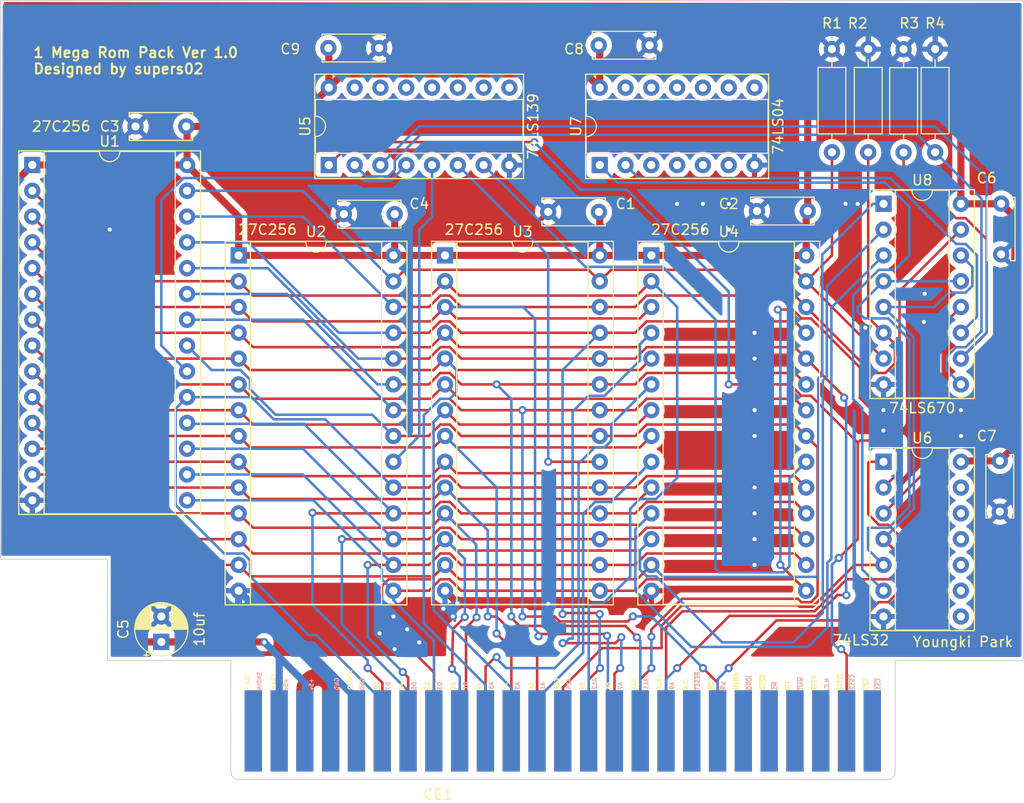
<source format=kicad_pcb>
(kicad_pcb (version 20221018) (generator pcbnew)
  (layers (0 "F.Cu" signal) (31 "B.Cu" signal) (34 "B.Paste" user) (35 "F.Paste" user) (36 "B.SilkS" user "B.Silkscreen") (37 "F.SilkS" user "F.Silkscreen") (38 "B.Mask" user) (39 "F.Mask" user) (44 "Edge.Cuts" user))
  (net 0 "")
  (net 1 "+5V")
  (net 2 "GND")
  (net 6 "/{slash}SLTSL")
  (net 15 "/{slash}WR")
  (net 16 "/{slash}RD")
  (net 19 "/A9")
  (net 20 "/A15")
  (net 21 "/A11")
  (net 22 "/A10")
  (net 23 "/A7")
  (net 24 "/A6")
  (net 25 "/A12")
  (net 26 "/A8")
  (net 28 "/A13")
  (net 29 "/A1")
  (net 30 "/A0")
  (net 31 "/A3")
  (net 32 "/A2")
  (net 33 "/A5")
  (net 34 "/A4")
  (net 35 "/D1")
  (net 36 "/D0")
  (net 37 "/D3")
  (net 38 "/D2")
  (net 39 "/D5")
  (net 40 "/D4")
  (net 41 "/D7")
  (net 42 "/D6")
  (net 49 "/MA14")
  (net 50 "/MA13")
  (net 51 "Net-(U5A-A1)")
  (net 52 "Net-(U5A-A0)")
  (net 53 "/ROM_CE1")
  (net 54 "/ROM_CE2")
  (net 55 "/ROM_CE3")
  (net 56 "/ROM_CE4")
  (net 57 "Net-(U8-~{Ew})")
  (net 58 "Net-(U6-Pad6)")
  (net 59 "Net-(U8-~{Er})")
  (footprint "Package_DIP:DIP-28_W15.24mm_Socket" (layer "F.Cu") (at 142.24 83.82)
    (fp_text reference "U3")
    (fp_text value "27C256")
  )
  (footprint "Capacitor_THT:C_Disc_D6.0mm_W2.5mm_P5.00mm" (layer "F.Cu") (at 116.76 71.12 180)
    (fp_text reference "C3")
    (fp_text value "100n")
  )
  (footprint "Package_DIP:DIP-16_W7.62mm_Socket" (layer "F.Cu") (at 185.42 78.74)
    (fp_text reference "U8")
    (fp_text value "74LS670")
  )
  (footprint "Capacitor_THT:C_Disc_D6.0mm_W2.5mm_P5.00mm" (layer "F.Cu") (at 196.871792 104.052831 -90)
    (fp_text reference "C7")
    (fp_text value "100n")
  )
  (footprint "Package_DIP:DIP-28_W15.24mm_Socket" (layer "F.Cu") (at 101.595 74.915)
    (fp_text reference "U1")
    (fp_text value "27C256")
  )
  (footprint "Resistor_THT:R_Axial_DIN0207_L6.3mm_D2.5mm_P10.16mm_Horizontal" (layer "F.Cu") (at 183.91 73.66 90)
    (fp_text reference "R2")
    (fp_text value "470R")
  )
  (footprint "Resistor_THT:R_Axial_DIN0207_L6.3mm_D2.5mm_P10.16mm_Horizontal" (layer "F.Cu") (at 190.5 73.66 90)
    (fp_text reference "R4")
    (fp_text value "470R")
  )
  (footprint "Package_DIP:DIP-16_W7.62mm_Socket" (layer "F.Cu") (at 130.8 74.92 90)
    (fp_text reference "U5")
    (fp_text value "74LS139")
  )
  (footprint "Capacitor_THT:C_Disc_D6.0mm_W2.5mm_P5.00mm" (layer "F.Cu") (at 197.001455 78.719018 -90)
    (fp_text reference "C6")
    (fp_text value "100n")
  )
  (footprint "Capacitor_THT:C_Disc_D6.0mm_W2.5mm_P5.00mm" (layer "F.Cu") (at 130.752186 63.398215)
    (fp_text reference "C9")
    (fp_text value "100n")
  )
  (footprint "Package_DIP:DIP-14_W7.62mm_Socket" (layer "F.Cu") (at 157.475 74.92 90)
    (fp_text reference "U7")
    (fp_text value "74LS04")
  )
  (footprint "Capacitor_THT:C_Disc_D6.0mm_W2.5mm_P5.00mm" (layer "F.Cu") (at 157.37488 63.12337)
    (fp_text reference "C8")
    (fp_text value "100n")
  )
  (footprint "Package_DIP:DIP-14_W7.62mm_Socket" (layer "F.Cu") (at 185.42 104.14)
    (fp_text reference "U6")
    (fp_text value "74LS32")
  )
  (footprint "Lib_add:card_edge_connector_MSX" (layer "F.Cu") (at 152.578338 127.499445)
    (fp_text reference "CE1")
    (fp_text value "Card_Edge_Connector_MSX")
  )
  (footprint "Package_DIP:DIP-28_W15.24mm_Socket" (layer "F.Cu") (at 162.56 83.82)
    (fp_text reference "U4")
    (fp_text value "27C256")
  )
  (footprint "Capacitor_THT:CP_Radial_D5.0mm_P2.50mm" (layer "F.Cu") (at 114.3 121.88 90)
    (fp_text reference "C5")
    (fp_text value "10uf")
  )
  (footprint "Capacitor_THT:C_Disc_D6.0mm_W2.5mm_P5.00mm" (layer "F.Cu") (at 157.396337 79.53339 180)
    (fp_text reference "C1")
    (fp_text value "100n")
  )
  (footprint "Resistor_THT:R_Axial_DIN0207_L6.3mm_D2.5mm_P10.16mm_Horizontal" (layer "F.Cu") (at 180.34 63.5 -90)
    (fp_text reference "R1")
    (fp_text value "470R")
  )
  (footprint "Package_DIP:DIP-28_W15.24mm_Socket" (layer "F.Cu") (at 121.915 83.82)
    (fp_text reference "U2")
    (fp_text value "27C256")
  )
  (footprint "Capacitor_THT:C_Disc_D6.0mm_W2.5mm_P5.00mm" (layer "F.Cu") (at 137.28092 79.754129 180)
    (fp_text reference "C4")
    (fp_text value "100n")
  )
  (footprint "Capacitor_THT:C_Disc_D6.0mm_W2.5mm_P5.00mm" (layer "F.Cu") (at 177.958697 79.453998 180)
    (fp_text reference "C2")
    (fp_text value "100n")
  )
  (footprint "Resistor_THT:R_Axial_DIN0207_L6.3mm_D2.5mm_P10.16mm_Horizontal" (layer "F.Cu") (at 187.397721 63.515662 -90)
    (fp_text reference "R3")
    (fp_text value "470R")
  )
  (gr_line (start 98.490642 71.50253) (end 98.485273 58.717496) (stroke (width 0.1)) (layer "Edge.Cuts"))
  (gr_line (start 186.571955 123.713438) (end 199.191835 123.710001) (stroke (width 0.1)) (layer "Edge.Cuts"))
  (gr_line (start 108.993715 113.739099) (end 108.996947 123.704419) (stroke (width 0.1)) (layer "Edge.Cuts"))
  (gr_line (start 199.191835 123.710001) (end 199.204376 71.536109) (stroke (width 0.1)) (layer "Edge.Cuts"))
  (gr_line (start 108.996947 123.704419) (end 121.141258 123.704419) (stroke (width 0.1)) (layer "Edge.Cuts"))
  (gr_line (start 98.465239 113.740176) (end 108.993715 113.739099) (stroke (width 0.1)) (layer "Edge.Cuts"))
  (gr_arc (start 186.568615 134.690821) (mid 186.327365 135.230901) (end 185.77737 135.448653) (stroke (width 0.1)) (layer "Edge.Cuts"))
  (gr_arc (start 121.879063 135.438723) (mid 121.351703 135.188222) (end 121.140582 134.643911) (stroke (width 0.1)) (layer "Edge.Cuts"))
  (gr_line (start 98.485273 58.717496) (end 199.201692 58.738179) (stroke (width 0.1)) (layer "Edge.Cuts"))
  (gr_line (start 98.490642 71.50253) (end 98.465239 113.740176) (stroke (width 0.1)) (layer "Edge.Cuts"))
  (gr_line (start 121.879063 135.438723) (end 185.77737 135.448653) (stroke (width 0.1)) (layer "Edge.Cuts"))
  (gr_line (start 121.141258 123.704419) (end 121.140582 134.643911) (stroke (width 0.1)) (layer "Edge.Cuts"))
  (gr_line (start 199.204376 71.536109) (end 199.201692 58.738179) (stroke (width 0.1)) (layer "Edge.Cuts"))
  (gr_line (start 186.571955 123.713438) (end 186.568615 134.690821) (stroke (width 0.1)) (layer "Edge.Cuts"))
  (gr_text "1 Mega Rom Pack Ver 1.0\nDesigned by supers02 " (at 101.6 66.04) (layer "F.SilkS") (effects (font (size 1 1) (thickness 0.2) bold) (justify left bottom)))
  (gr_text "Youngki Park" (at 188.207099 122.459646) (layer "F.SilkS") (effects (font (size 1 1)) (justify left bottom)))
  (segment (start 99.06 111.76) (end 109.22 111.76) (width 0.7) (layer "F.Cu") (net 1))
  (segment (start 193.04 78.74) (end 196.980473 78.74) (width 0.7) (layer "F.Cu") (net 1))
  (segment (start 130.8 67.3) (end 132.15 65.95) (width 0.7) (layer "F.Cu") (net 1))
  (segment (start 178.117394 66.04) (end 193.04 66.04) (width 0.7) (layer "F.Cu") (net 1))
  (segment (start 157.475 63.22349) (end 157.37488 63.12337) (width 0.7) (layer "F.Cu") (net 1))
  (segment (start 116.835 74.915) (end 121.92 80) (width 0.7) (layer "F.Cu") (net 1))
  (segment (start 116.835 74.915) (end 116.835 71.195) (width 0.7) (layer "F.Cu") (net 1))
  (segment (start 198.351455 80.069018) (end 198.351455 102.573168) (width 0.7) (layer "F.Cu") (net 1))
  (segment (start 109.22 111.76) (end 111.76 114.3) (width 0.7) (layer "F.Cu") (net 1))
  (segment (start 101.595 74.915) (end 116.835 74.915) (width 0.7) (layer "F.Cu") (net 1))
  (segment (start 130.8 63.446029) (end 130.752186 63.398215) (width 0.7) (layer "F.Cu") (net 1))
  (segment (start 101.595 74.915) (end 99.06 77.45) (width 0.7) (layer "F.Cu") (net 1))
  (segment (start 121.92 83.82) (end 137.16 83.82) (width 0.7) (layer "F.Cu") (net 1))
  (segment (start 130.8 67.3) (end 130.8 63.446029) (width 0.7) (layer "F.Cu") (net 1))
  (segment (start 157.475 67.3) (end 157.475 63.22349) (width 0.7) (layer "F.Cu") (net 1))
  (segment (start 116.835 71.195) (end 116.76 71.12) (width 0.7) (layer "F.Cu") (net 1))
  (segment (start 177.958697 66.198697) (end 178.117394 66.04) (width 0.7) (layer "F.Cu") (net 1))
  (segment (start 137.155 83.82) (end 142.24 83.82) (width 0.7) (layer "F.Cu") (net 1))
  (segment (start 193.127169 104.052831) (end 193.04 104.14) (width 0.7) (layer "F.Cu") (net 1))
  (segment (start 177.958697 79.453998) (end 177.958697 66.198697) (width 0.7) (layer "F.Cu") (net 1))
  (segment (start 111.76 114.3) (end 111.76 121.92) (width 0.7) (layer "F.Cu") (net 1))
  (segment (start 114.3 121.88) (end 124.42 121.88) (width 0.7) (layer "F.Cu") (net 1))
  (segment (start 137.28092 83.69908) (end 137.28092 79.754129) (width 0.7) (layer "F.Cu") (net 1))
  (segment (start 196.980473 78.74) (end 197.001455 78.719018) (width 0.7) (layer "F.Cu") (net 1))
  (segment (start 157.48 83.82) (end 162.56 83.82) (width 0.7) (layer "F.Cu") (net 1))
  (segment (start 177.8 83.82) (end 177.8 79.612695) (width 0.7) (layer "F.Cu") (net 1))
  (segment (start 111.76 121.92) (end 111.8 121.88) (width 0.7) (layer "F.Cu") (net 1))
  (segment (start 177.8 79.612695) (end 177.958697 79.453998) (width 0.7) (layer "F.Cu") (net 1))
  (segment (start 196.871792 104.052831) (end 193.127169 104.052831) (width 0.7) (layer "F.Cu") (net 1))
  (segment (start 124.42 121.88) (end 124.46 121.92) (width 0.7) (layer "F.Cu") (net 1))
  (segment (start 126.98 71.12) (end 130.8 67.3) (width 0.7) (layer "F.Cu") (net 1))
  (segment (start 198.351455 102.573168) (end 196.871792 104.052831) (width 0.7) (layer "F.Cu") (net 1))
  (segment (start 197.001455 78.719018) (end 198.351455 80.069018) (width 0.7) (layer "F.Cu") (net 1))
  (segment (start 132.15 65.95) (end 156.125 65.95) (width 0.7) (layer "F.Cu") (net 1))
  (segment (start 157.48 83.82) (end 157.48 79.617053) (width 0.7) (layer "F.Cu") (net 1))
  (segment (start 121.92 80) (end 121.92 83.82) (width 0.7) (layer "F.Cu") (net 1))
  (segment (start 111.8 121.88) (end 114.3 121.88) (width 0.7) (layer "F.Cu") (net 1))
  (segment (start 193.04 66.04) (end 193.04 78.74) (width 0.7) (layer "F.Cu") (net 1))
  (segment (start 116.76 71.12) (end 126.98 71.12) (width 0.7) (layer "F.Cu") (net 1))
  (segment (start 157.48 83.82) (end 142.24 83.82) (width 0.7) (layer "F.Cu") (net 1))
  (segment (start 137.16 83.82) (end 137.28092 83.69908) (width 0.7) (layer "F.Cu") (net 1))
  (segment (start 156.125 65.95) (end 157.475 67.3) (width 0.7) (layer "F.Cu") (net 1))
  (segment (start 162.56 83.82) (end 177.8 83.82) (width 0.7) (layer "F.Cu") (net 1))
  (segment (start 99.06 77.45) (end 99.06 111.76) (width 0.7) (layer "F.Cu") (net 1))
  (segment (start 157.48 79.617053) (end 157.396337 79.53339) (width 0.7) (layer "F.Cu") (net 1))
  (via (at 124.46 121.92) (size 0.8) (drill 0.4) (layers "F.Cu" "B.Cu") (net 1))
  (segment (start 124.46 121.92) (end 125.90984 123.36984) (width 0.7) (layer "B.Cu") (net 1))
  (segment (start 128.44984 125.90984) (end 128.44984 130.64744) (width 0.7) (layer "B.Cu") (net 1))
  (segment (start 125.90984 123.36984) (end 125.90984 130.64744) (width 0.7) (layer "B.Cu") (net 1))
  (segment (start 125.90984 123.36984) (end 128.44984 125.90984) (width 0.7) (layer "B.Cu") (net 1))
  (segment (start 152.471068 118.19) (end 152.40824 118.127172) (width 0.7) (layer "F.Cu") (net 2))
  (segment (start 161.21 118.19) (end 152.471068 118.19) (width 0.7) (layer "F.Cu") (net 2))
  (segment (start 152.40824 118.127172) (end 152.345412 118.19) (width 0.7) (layer "F.Cu") (net 2))
  (segment (start 162.56 116.84) (end 161.21 118.19) (width 0.7) (layer "F.Cu") (net 2))
  (segment (start 152.345412 118.19) (end 143.59 118.19) (width 0.7) (layer "F.Cu") (net 2))
  (segment (start 143.468065 118.068065) (end 143.454484 118.068065) (width 0.7) (layer "F.Cu") (net 2))
  (segment (start 143.59 118.19) (end 143.468065 118.068065) (width 0.7) (layer "F.Cu") (net 2))
  (segment (start 143.454484 118.054484) (end 142.24 116.84) (width 0.7) (layer "F.Cu") (net 2))
  (segment (start 143.454484 118.068065) (end 143.454484 118.054484) (width 0.7) (layer "F.Cu") (net 2))
  (via (at 109.22 81.28) (size 0.8) (drill 0.4) (layers "F.Cu" "B.Cu") (net 2))
  (via (at 189.467821 87.595325) (size 0.8) (drill 0.4) (layers "F.Cu" "B.Cu") (net 2))
  (via (at 142.089966 118.613872) (size 0.8) (drill 0.4) (layers "F.Cu" "B.Cu") (net 2))
  (via (at 172.72 111.76) (size 0.8) (drill 0.4) (layers "F.Cu" "B.Cu") (net 2))
  (via (at 137.270273 122.582652) (size 0.8) (drill 0.4) (layers "F.Cu" "B.Cu") (net 2))
  (via (at 185.42 99.06) (size 0.8) (drill 0.4) (layers "F.Cu" "B.Cu") (net 2))
  (via (at 139.7 121.92) (size 0.8) (drill 0.4) (layers "F.Cu" "B.Cu") (net 2))
  (via (at 172.72 99.06) (size 0.8) (drill 0.4) (layers "F.Cu" "B.Cu") (net 2))
  (via (at 172.72 109.22) (size 0.8) (drill 0.4) (layers "F.Cu" "B.Cu") (net 2))
  (via (at 170.18 81.28) (size 0.8) (drill 0.4) (layers "F.Cu" "B.Cu") (net 2))
  (via (at 167.64 81.28) (size 0.8) (drill 0.4) (layers "F.Cu" "B.Cu") (net 2))
  (via (at 143.454484 118.068065) (size 0.8) (drill 0.4) (layers "F.Cu" "B.Cu") (net 2))
  (via (at 185.415829 101.065794) (size 0.8) (drill 0.4) (layers "F.Cu" "B.Cu") (net 2))
  (via (at 172.72 106.68) (size 0.8) (drill 0.4) (layers "F.Cu" "B.Cu") (net 2))
  (via (at 135.797711 121.036463) (size 0.8) (drill 0.4) (layers "F.Cu" "B.Cu") (net 2))
  (via (at 182.88 78.74) (size 0.8) (drill 0.4) (layers "F.Cu" "B.Cu") (net 2))
  (via (at 143.009754 119.370196) (size 0.8) (drill 0.4) (layers "F.Cu" "B.Cu") (net 2))
  (via (at 172.72 91.44) (size 0.8) (drill 0.4) (layers "F.Cu" "B.Cu") (net 2))
  (via (at 172.72 93.98) (size 0.8) (drill 0.4) (layers "F.Cu" "B.Cu") (net 2))
  (via (at 172.72 101.6) (size 0.8) (drill 0.4) (layers "F.Cu" "B.Cu") (net 2))
  (via (at 189.386317 90.366457) (size 0.8) (drill 0.4) (layers "F.Cu" "B.Cu") (net 2))
  (via (at 138.517152 120.644618) (size 0.8) (drill 0.4) (layers "F.Cu" "B.Cu") (net 2))
  (via (at 193.04 99.06) (size 0.8) (drill 0.4) (layers "F.Cu" "B.Cu") (net 2))
  (via (at 183.624867 90.938936) (size 0.8) (drill 0.4) (layers "F.Cu" "B.Cu") (net 2))
  (via (at 137.16 119.38) (size 0.8) (drill 0.4) (layers "F.Cu" "B.Cu") (net 2))
  (via (at 193.04 101.6) (size 0.8) (drill 0.4) (layers "F.Cu" "B.Cu") (net 2))
  (via (at 181.682337 78.729212) (size 0.8) (drill 0.4) (layers "F.Cu" "B.Cu") (net 2))
  (via (at 165.1 78.74) (size 0.8) (drill 0.4) (layers "F.Cu" "B.Cu") (net 2))
  (via (at 152.40824 118.127172) (size 0.8) (drill 0.4) (layers "F.Cu" "B.Cu") (net 2))
  (via (at 167.64 78.74) (size 0.8) (drill 0.4) (layers "F.Cu" "B.Cu") (net 2))
  (via (at 170.18 78.74) (size 0.8) (drill 0.4) (layers "F.Cu" "B.Cu") (net 2))
  (via (at 172.72 114.3) (size 0.8) (drill 0.4) (layers "F.Cu" "B.Cu") (net 2))
  (segment (start 133.52984 130.64744) (end 133.52984 127.49744) (width 0.7) (layer "B.Cu") (net 2))
  (segment (start 130.98984 130.64744) (end 130.98984 125.90984) (width 0.7) (layer "B.Cu") (net 2))
  (segment (start 125.4124 119.38) (end 121.92 119.38) (width 0.7) (layer "B.Cu") (net 2))
  (segment (start 133.52984 127.49744) (end 125.4124 119.38) (width 0.7) (layer "B.Cu") (net 2))
  (segment (start 121.92 119.38) (end 121.915 119.375) (width 0.7) (layer "B.Cu") (net 2))
  (segment (start 130.98984 125.90984) (end 121.92 116.84) (width 0.7) (layer "B.Cu") (net 2))
  (segment (start 121.915 119.375) (end 121.915 116.84) (width 0.7) (layer "B.Cu") (net 2))
  (segment (start 183.089508 102.049501) (end 182.88 102.259009) (width 0.25) (layer "F.Cu") (net 6))
  (segment (start 133.06065 72.65935) (end 130.8 74.92) (width 0.25) (layer "F.Cu") (net 6))
  (segment (start 181.03059 113.60941) (end 181.010851 113.60941) (width 0.25) (layer "F.Cu") (net 6))
  (segment (start 181.095991 100.475) (end 178.265991 97.645) (width 0.25) (layer "F.Cu") (net 6))
  (segment (start 187.138121 104.961879) (end 187.138121 102.049501) (width 0.25) (layer "F.Cu") (net 6))
  (segment (start 151.028151 72.65935) (end 133.06065 72.65935) (width 0.25) (layer "F.Cu") (net 6))
  (segment (start 177.334009 97.645) (end 176.209009 96.52) (width 0.25) (layer "F.Cu") (net 6))
  (segment (start 187.138121 102.049501) (end 183.089508 102.049501) (width 0.25) (layer "F.Cu") (net 6))
  (segment (start 182.88 102.259009) (end 182.88 111.76) (width 0.25) (layer "F.Cu") (net 6))
  (segment (start 182.88 111.76) (end 181.03059 113.60941) (width 0.25) (layer "F.Cu") (net 6))
  (segment (start 176.209009 96.52) (end 170.18 96.52) (width 0.25) (layer "F.Cu") (net 6))
  (segment (start 181.249093 122.588142) (end 181.78984 123.128889) (width 0.25) (layer "F.Cu") (net 6))
  (segment (start 185.42 106.68) (end 187.138121 104.961879) (width 0.25) (layer "F.Cu") (net 6))
  (segment (start 181.095991 100.475) (end 182.88 102.259009) (width 0.25) (layer "F.Cu") (net 6))
  (segment (start 181.78984 123.128889) (end 181.78984 130.64744) (width 0.25) (layer "F.Cu") (net 6))
  (segment (start 178.265991 97.645) (end 177.334009 97.645) (width 0.25) (layer "F.Cu") (net 6))
  (via (at 181.249093 122.588142) (size 0.8) (drill 0.4) (layers "F.Cu" "B.Cu") (net 6))
  (via (at 170.18 96.52) (size 0.8) (drill 0.4) (layers "F.Cu" "B.Cu") (net 6))
  (via (at 181.010851 113.60941) (size 0.8) (drill 0.4) (layers "F.Cu" "B.Cu") (net 6))
  (via (at 151.028151 72.65935) (size 0.8) (drill 0.4) (layers "F.Cu" "B.Cu") (net 6))
  (segment (start 181.008142 122.588142) (end 180.34 121.92) (width 0.25) (layer "B.Cu") (net 6))
  (segment (start 180.34 121.92) (end 180.34 114.280261) (width 0.25) (layer "B.Cu") (net 6))
  (segment (start 170.18 87.384598) (end 160.135113 77.339711) (width 0.25) (layer "B.Cu") (net 6))
  (segment (start 181.249093 122.588142) (end 181.008142 122.588142) (width 0.25) (layer "B.Cu") (net 6))
  (segment (start 155.568953 77.339711) (end 151.028151 72.65935) (width 0.25) (layer "B.Cu") (net 6))
  (segment (start 160.135113 77.339711) (end 159.127077 77.339711) (width 0.25) (layer "B.Cu") (net 6))
  (segment (start 180.34 114.280261) (end 181.010851 113.60941) (width 0.25) (layer "B.Cu") (net 6))
  (segment (start 159.127077 77.339711) (end 155.568953 77.339711) (width 0.25) (layer "B.Cu") (net 6))
  (segment (start 170.18 96.52) (end 170.18 87.384598) (width 0.25) (layer "B.Cu") (net 6))
  (segment (start 185.885991 117.965) (end 184.93069 117.965) (width 0.25) (layer "F.Cu") (net 15))
  (segment (start 174.876996 119.763004) (end 170.18 124.46) (width 0.25) (layer "F.Cu") (net 15))
  (segment (start 187.96 115.890991) (end 185.885991 117.965) (width 0.25) (layer "F.Cu") (net 15))
  (segment (start 185.885991 110.345) (end 187.96 112.419009) (width 0.25) (layer "F.Cu") (net 15))
  (segment (start 185.42 104.14) (end 184.039223 104.14) (width 0.25) (layer "F.Cu") (net 15))
  (segment (start 184.954009 110.345) (end 185.885991 110.345) (width 0.25) (layer "F.Cu") (net 15))
  (segment (start 183.915211 109.306202) (end 184.954009 110.345) (width 0.25) (layer "F.Cu") (net 15))
  (segment (start 187.96 112.419009) (end 187.96 115.890991) (width 0.25) (layer "F.Cu") (net 15))
  (segment (start 183.132686 119.763004) (end 174.876996 119.763004) (width 0.25) (layer "F.Cu") (net 15))
  (segment (start 184.039223 104.14) (end 183.915211 104.264012) (width 0.25) (layer "F.Cu") (net 15))
  (segment (start 184.93069 117.965) (end 183.132686 119.763004) (width 0.25) (layer "F.Cu") (net 15))
  (segment (start 183.915211 104.264012) (end 183.915211 109.306202) (width 0.25) (layer "F.Cu") (net 15))
  (via (at 170.18 124.46) (size 0.8) (drill 0.4) (layers "F.Cu" "B.Cu") (net 15))
  (segment (start 169.08984 125.55016) (end 170.18 124.46) (width 0.25) (layer "B.Cu") (net 15))
  (segment (start 169.08984 130.64744) (end 169.08984 125.55016) (width 0.25) (layer "B.Cu") (net 15))
  (segment (start 142.705991 97.935) (end 143.830991 99.06) (width 0.25) (layer "F.Cu") (net 16))
  (segment (start 169.08984 125.90984) (end 167.64 124.46) (width 0.25) (layer "F.Cu") (net 16))
  (segment (start 143.830991 99.06) (end 149.86 99.06) (width 0.25) (layer "F.Cu") (net 16))
  (segment (start 157.48 99.06) (end 160.969009 99.06) (width 0.25) (layer "F.Cu") (net 16))
  (segment (start 162.094009 97.935) (end 170.180281 97.935) (width 0.25) (layer "F.Cu") (net 16))
  (segment (start 149.86 99.06) (end 157.48 99.06) (width 0.25) (layer "F.Cu") (net 16))
  (segment (start 169.08984 130.64744) (end 169.08984 125.90984) (width 0.25) (layer "F.Cu") (net 16))
  (segment (start 137.155 99.06) (end 140.649009 99.06) (width 0.25) (layer "F.Cu") (net 16))
  (segment (start 149.86 119.38) (end 153.028356 119.38) (width 0.25) (layer "F.Cu") (net 16))
  (segment (start 141.774009 97.935) (end 142.705991 97.935) (width 0.25) (layer "F.Cu") (net 16))
  (segment (start 153.512356 119.864) (end 160.240802 119.864) (width 0.25) (layer "F.Cu") (net 16))
  (segment (start 160.240802 119.864) (end 160.739406 119.365396) (width 0.25) (layer "F.Cu") (net 16))
  (segment (start 170.205777 97.935) (end 176.675 97.935) (width 0.25) (layer "F.Cu") (net 16))
  (segment (start 176.675 97.935) (end 177.8 99.06) (width 0.25) (layer "F.Cu") (net 16))
  (segment (start 140.649009 99.06) (end 141.774009 97.935) (width 0.25) (layer "F.Cu") (net 16))
  (segment (start 160.969009 99.06) (end 162.094009 97.935) (width 0.25) (layer "F.Cu") (net 16))
  (segment (start 153.028356 119.38) (end 153.512356 119.864) (width 0.25) (layer "F.Cu") (net 16))
  (via (at 160.739406 119.365396) (size 0.8) (drill 0.4) (layers "F.Cu" "B.Cu") (net 16))
  (via (at 149.86 99.06) (size 0.8) (drill 0.4) (layers "F.Cu" "B.Cu") (net 16))
  (via (at 149.86 119.38) (size 0.8) (drill 0.4) (layers "F.Cu" "B.Cu") (net 16))
  (via (at 167.64 124.46) (size 0.8) (drill 0.4) (layers "F.Cu" "B.Cu") (net 16))
  (segment (start 162.545396 119.365396) (end 167.64 124.46) (width 0.25) (layer "B.Cu") (net 16))
  (segment (start 116.835 90.155) (end 128.25 90.155) (width 0.25) (layer "B.Cu") (net 16))
  (segment (start 160.739406 119.365396) (end 162.545396 119.365396) (width 0.25) (layer "B.Cu") (net 16))
  (segment (start 149.86 99.06) (end 149.86 119.38) (width 0.25) (layer "B.Cu") (net 16))
  (segment (start 128.25 90.155) (end 137.155 99.06) (width 0.25) (layer "B.Cu") (net 16))
  (segment (start 140.649009 93.98) (end 141.774009 92.855) (width 0.25) (layer "F.Cu") (net 19))
  (segment (start 177.8 93.98) (end 181.542214 97.722214) (width 0.25) (layer "F.Cu") (net 19))
  (segment (start 162.094009 92.855) (end 176.675 92.855) (width 0.25) (layer "F.Cu") (net 19))
  (segment (start 181.542214 97.831421) (end 181.651421 97.831421) (width 0.25) (layer "F.Cu") (net 19))
  (segment (start 142.705991 92.855) (end 143.830991 93.98) (width 0.25) (layer "F.Cu") (net 19))
  (segment (start 160.969009 93.98) (end 162.094009 92.855) (width 0.25) (layer "F.Cu") (net 19))
  (segment (start 170.246497 119.313503) (end 178.824558 119.313503) (width 0.25) (layer "F.Cu") (net 19))
  (segment (start 143.830991 93.98) (end 157.48 93.98) (width 0.25) (layer "F.Cu") (net 19))
  (segment (start 137.155 93.98) (end 140.649009 93.98) (width 0.25) (layer "F.Cu") (net 19))
  (segment (start 165.1 124.46) (end 170.246497 119.313503) (width 0.25) (layer "F.Cu") (net 19))
  (segment (start 181.542214 97.722214) (end 181.542214 97.831421) (width 0.25) (layer "F.Cu") (net 19))
  (segment (start 141.774009 92.855) (end 142.705991 92.855) (width 0.25) (layer "F.Cu") (net 19))
  (segment (start 176.675 92.855) (end 177.8 93.98) (width 0.25) (layer "F.Cu") (net 19))
  (segment (start 181.651421 97.831421) (end 181.624119 97.804119) (width 0.25) (layer "F.Cu") (net 19))
  (segment (start 178.824558 119.313503) (end 180.876516 117.261545) (width 0.25) (layer "F.Cu") (net 19))
  (segment (start 180.876516 117.261545) (end 181.760539 117.278049) (width 0.25) (layer "F.Cu") (net 19))
  (segment (start 181.624119 97.804119) (end 181.651421 97.804119) (width 0.25) (layer "F.Cu") (net 19))
  (segment (start 157.48 93.98) (end 160.969009 93.98) (width 0.25) (layer "F.Cu") (net 19))
  (via (at 165.1 124.46) (size 0.8) (drill 0.4) (layers "F.Cu" "B.Cu") (net 19))
  (via (at 181.760539 117.278049) (size 0.8) (drill 0.4) (layers "F.Cu" "B.Cu") (net 19))
  (via (at 181.542214 97.831421) (size 0.8) (drill 0.4) (layers "F.Cu" "B.Cu") (net 19))
  (segment (start 164.00984 130.64744) (end 164.00984 125.55016) (width 0.25) (layer "B.Cu") (net 19))
  (segment (start 181.735851 117.277698) (end 181.760539 117.302386) (width 0.25) (layer "B.Cu") (net 19))
  (segment (start 181.735851 116.599163) (end 181.735851 117.277698) (width 0.25) (layer "B.Cu") (net 19))
  (segment (start 164.00984 125.55016) (end 165.1 124.46) (width 0.25) (layer "B.Cu") (net 19))
  (segment (start 181.735851 116.599163) (end 181.735851 97.915851) (width 0.25) (layer "B.Cu") (net 19))
  (segment (start 124.78431 85.075) (end 133.68931 93.98) (width 0.25) (layer "B.Cu") (net 19))
  (segment (start 116.835 85.075) (end 124.78431 85.075) (width 0.25) (layer "B.Cu") (net 19))
  (segment (start 133.68931 93.98) (end 137.16 93.98) (width 0.25) (layer "B.Cu") (net 19))
  (segment (start 181.787371 115.715) (end 186.935008 115.715) (width 0.25) (layer "F.Cu") (net 20))
  (segment (start 178.638369 118.864002) (end 181.787371 115.715) (width 0.25) (layer "F.Cu") (net 20))
  (segment (start 164.00984 120.47016) (end 165.615998 118.864002) (width 0.25) (layer "F.Cu") (net 20))
  (segment (start 165.615998 118.864002) (end 178.638369 118.864002) (width 0.25) (layer "F.Cu") (net 20))
  (segment (start 187.097876 115.552132) (end 187.093086 115.547342) (width 0.25) (layer "F.Cu") (net 20))
  (segment (start 164.00984 130.64744) (end 164.00984 120.47016) (width 0.25) (layer "F.Cu") (net 20))
  (segment (start 187.093086 115.547342) (end 187.093086 113.433086) (width 0.25) (layer "F.Cu") (net 20))
  (segment (start 187.093086 113.433086) (end 185.42 111.76) (width 0.25) (layer "F.Cu") (net 20))
  (segment (start 186.935008 115.715) (end 187.097876 115.552132) (width 0.25) (layer "F.Cu") (net 20))
  (segment (start 188.409501 91.889501) (end 188.409501 108.770499) (width 0.25) (layer "B.Cu") (net 20))
  (segment (start 194.165 84.945) (end 193.04 83.82) (width 0.25) (layer "B.Cu") (net 20))
  (segment (start 194.165 86.825991) (end 194.165 84.945) (width 0.25) (layer "B.Cu") (net 20))
  (segment (start 188.409501 108.770499) (end 185.42 111.76) (width 0.25) (layer "B.Cu") (net 20))
  (segment (start 190.433503 88.9) (end 191.848503 87.485) (width 0.25) (layer "B.Cu") (net 20))
  (segment (start 191.848503 87.485) (end 193.505991 87.485) (width 0.25) (layer "B.Cu") (net 20))
  (segment (start 193.505991 87.485) (end 194.165 86.825991) (width 0.25) (layer "B.Cu") (net 20))
  (segment (start 185.42 88.9) (end 190.433503 88.9) (width 0.25) (layer "B.Cu") (net 20))
  (segment (start 188.409501 91.889501) (end 185.42 88.9) (width 0.25) (layer "B.Cu") (net 20))
  (segment (start 140.649009 96.52) (end 141.774009 95.395) (width 0.25) (layer "F.Cu") (net 21))
  (segment (start 147.32 96.52) (end 157.48 96.52) (width 0.25) (layer "F.Cu") (net 21))
  (segment (start 149.571446 120.302768) (end 153.315434 120.302768) (width 0.25) (layer "F.Cu") (net 21))
  (segment (start 137.155 96.52) (end 140.649009 96.52) (width 0.25) (layer "F.Cu") (net 21))
  (segment (start 160.969009 96.52) (end 162.094009 95.395) (width 0.25) (layer "F.Cu") (net 21))
  (segment (start 176.675 95.395) (end 177.8 96.52) (width 0.25) (layer "F.Cu") (net 21))
  (segment (start 157.48 96.52) (end 160.969009 96.52) (width 0.25) (layer "F.Cu") (net 21))
  (segment (start 160.013088 120.313501) (end 161.13295 121.433363) (width 0.25) (layer "F.Cu") (net 21))
  (segment (start 153.315434 120.302768) (end 153.326167 120.313501) (width 0.25) (layer "F.Cu") (net 21))
  (segment (start 141.774009 95.395) (end 142.705991 95.395) (width 0.25) (layer "F.Cu") (net 21))
  (segment (start 153.326167 120.313501) (end 160.013088 120.313501) (width 0.25) (layer "F.Cu") (net 21))
  (segment (start 143.830991 96.52) (end 147.32 96.52) (width 0.25) (layer "F.Cu") (net 21))
  (segment (start 142.705991 95.395) (end 143.830991 96.52) (width 0.25) (layer "F.Cu") (net 21))
  (segment (start 148.771612 119.502934) (end 149.571446 120.302768) (width 0.25) (layer "F.Cu") (net 21))
  (segment (start 162.094009 95.395) (end 176.675 95.395) (width 0.25) (layer "F.Cu") (net 21))
  (via (at 147.32 96.52) (size 0.8) (drill 0.4) (layers "F.Cu" "B.Cu") (net 21))
  (via (at 148.771612 119.369445) (size 0.8) (drill 0.4) (layers "F.Cu" "B.Cu") (net 21))
  (via (at 161.13295 121.433363) (size 0.8) (drill 0.4) (layers "F.Cu" "B.Cu") (net 21))
  (segment (start 148.790587 97.990587) (end 148.771612 98.009562) (width 0.25) (layer "B.Cu") (net 21))
  (segment (start 116.835 87.615) (end 126.68862 87.615) (width 0.25) (layer "B.Cu") (net 21))
  (segment (start 126.68862 87.615) (end 135.59362 96.52) (width 0.25) (layer "B.Cu") (net 21))
  (segment (start 135.59362 96.52) (end 137.155 96.52) (width 0.25) (layer "B.Cu") (net 21))
  (segment (start 147.32 96.52) (end 148.790587 97.990587) (width 0.25) (layer "B.Cu") (net 21))
  (segment (start 161.46984 121.770253) (end 161.46984 130.64744) (width 0.25) (layer "B.Cu") (net 21))
  (segment (start 148.771612 98.009562) (end 148.771612 119.070523) (width 0.25) (layer "B.Cu") (net 21))
  (segment (start 161.13295 121.433363) (end 161.46984 121.770253) (width 0.25) (layer "B.Cu") (net 21))
  (segment (start 142.705991 100.475) (end 143.830991 101.6) (width 0.25) (layer "F.Cu") (net 22))
  (segment (start 157.48 101.6) (end 160.969009 101.6) (width 0.25) (layer "F.Cu") (net 22))
  (segment (start 140.649009 101.6) (end 141.774009 100.475) (width 0.25) (layer "F.Cu") (net 22))
  (segment (start 178.265991 117.965) (end 178.925 117.305991) (width 0.25) (layer "F.Cu") (net 22))
  (segment (start 162.094009 100.475) (end 176.675 100.475) (width 0.25) (layer "F.Cu") (net 22))
  (segment (start 143.830991 101.6) (end 157.48 101.6) (width 0.25) (layer "F.Cu") (net 22))
  (segment (start 177.334009 117.965) (end 178.265991 117.965) (width 0.25) (layer "F.Cu") (net 22))
  (segment (start 161.46984 125.55016) (end 161.46984 130.64744) (width 0.25) (layer "F.Cu") (net 22))
  (segment (start 162.555602 120.653018) (end 165.574505 117.634115) (width 0.25) (layer "F.Cu") (net 22))
  (segment (start 178.925 102.725) (end 177.8 101.6) (width 0.25) (layer "F.Cu") (net 22))
  (segment (start 178.925 117.305991) (end 178.925 102.725) (width 0.25) (layer "F.Cu") (net 22))
  (segment (start 165.574505 117.634115) (end 177.003125 117.634115) (width 0.25) (layer "F.Cu") (net 22))
  (segment (start 141.774009 100.475) (end 142.705991 100.475) (width 0.25) (layer "F.Cu") (net 22))
  (segment (start 162.56 124.46) (end 161.46984 125.55016) (width 0.25) (layer "F.Cu") (net 22))
  (segment (start 177.003125 117.634115) (end 177.334009 117.965) (width 0.25) (layer "F.Cu") (net 22))
  (segment (start 160.969009 101.6) (end 162.094009 100.475) (width 0.25) (layer "F.Cu") (net 22))
  (segment (start 162.555602 121.370918) (end 162.555602 120.653018) (width 0.25) (layer "F.Cu") (net 22))
  (segment (start 137.155 101.6) (end 140.649009 101.6) (width 0.25) (layer "F.Cu") (net 22))
  (segment (start 176.675 100.475) (end 177.8 101.6) (width 0.25) (layer "F.Cu") (net 22))
  (via (at 162.56 124.46) (size 0.8) (drill 0.4) (layers "F.Cu" "B.Cu") (net 22))
  (via (at 162.555602 121.370918) (size 0.8) (drill 0.4) (layers "F.Cu" "B.Cu") (net 22))
  (segment (start 123.04 96.99569) (end 125.553811 99.509501) (width 0.25) (layer "B.Cu") (net 22))
  (segment (start 162.56 121.375316) (end 162.555602 121.370918) (width 0.25) (layer "B.Cu") (net 22))
  (segment (start 162.56 124.46) (end 162.56 121.375316) (width 0.25) (layer "B.Cu") (net 22))
  (segment (start 116.835 92.695) (end 119.245 95.105) (width 0.25) (layer "B.Cu") (net 22))
  (segment (start 119.245 95.105) (end 122.090991 95.105) (width 0.25) (layer "B.Cu") (net 22))
  (segment (start 123.04 96.054009) (end 123.04 96.99569) (width 0.25) (layer "B.Cu") (net 22))
  (segment (start 122.090991 95.105) (end 123.04 96.054009) (width 0.25) (layer "B.Cu") (net 22))
  (segment (start 125.553811 99.509501) (end 135.069501 99.509501) (width 0.25) (layer "B.Cu") (net 22))
  (segment (start 135.069501 99.509501) (end 137.16 101.6) (width 0.25) (layer "B.Cu") (net 22))
  (segment (start 140.825 90.315) (end 142.24 88.9) (width 0.25) (layer "F.Cu") (net 23))
  (segment (start 143.365 90.025) (end 161.435 90.025) (width 0.25) (layer "F.Cu") (net 23))
  (segment (start 101.595 79.995) (end 110.5 88.9) (width 0.25) (layer "F.Cu") (net 23))
  (segment (start 123.335 90.315) (end 140.825 90.315) (width 0.25) (layer "F.Cu") (net 23))
  (segment (start 158.021304 121.098978) (end 158.196097 121.273771) (width 0.25) (layer "F.Cu") (net 23))
  (segment (start 121.92 88.9) (end 123.335 90.315) (width 0.25) (layer "F.Cu") (net 23))
  (segment (start 110.5 88.9) (end 121.92 88.9) (width 0.25) (layer "F.Cu") (net 23))
  (segment (start 151.654351 121.098978) (end 158.021304 121.098978) (width 0.25) (layer "F.Cu") (net 23))
  (segment (start 161.435 90.025) (end 162.56 88.9) (width 0.25) (layer "F.Cu") (net 23))
  (segment (start 142.24 88.9) (end 143.365 90.025) (width 0.25) (layer "F.Cu") (net 23))
  (segment (start 151.541632 121.211697) (end 151.654351 121.098978) (width 0.25) (layer "F.Cu") (net 23))
  (via (at 151.451738 121.315915) (size 0.8) (drill 0.4) (layers "F.Cu" "B.Cu") (net 23))
  (via (at 158.196097 121.273771) (size 0.8) (drill 0.4) (layers "F.Cu" "B.Cu") (net 23))
  (segment (start 158.92984 130.64744) (end 158.273419 129.991019) (width 0.25) (layer "B.Cu") (net 23))
  (segment (start 151.100659 120.644649) (end 151.451738 120.995728) (width 0.25) (layer "B.Cu") (net 23))
  (segment (start 151.100659 90.067776) (end 149.932883 88.9) (width 0.25) (layer "B.Cu") (net 23))
  (segment (start 151.560345 121.207308) (end 151.451738 121.315915) (width 0.25) (layer "B.Cu") (net 23))
  (segment (start 149.932883 88.9) (end 142.24 88.9) (width 0.25) (layer "B.Cu") (net 23))
  (segment (start 158.273419 121.351093) (end 158.196097 121.273771) (width 0.25) (layer "B.Cu") (net 23))
  (segment (start 151.451738 120.995728) (end 151.451738 121.315915) (width 0.25) (layer "B.Cu") (net 23))
  (segment (start 158.273419 129.991019) (end 158.273419 121.351093) (width 0.25) (layer "B.Cu") (net 23))
  (segment (start 151.560345 121.104335) (end 151.560345 121.207308) (width 0.25) (layer "B.Cu") (net 23))
  (segment (start 151.100659 90.067776) (end 151.100659 120.644649) (width 0.25) (layer "B.Cu") (net 23))
  (segment (start 159.010199 121.998271) (end 159.598697 121.409773) (width 0.25) (layer "F.Cu") (net 24))
  (segment (start 143.655 92.855) (end 161.145 92.855) (width 0.25) (layer "F.Cu") (net 24))
  (segment (start 123.33 92.855) (end 140.825 92.855) (width 0.25) (layer "F.Cu") (net 24))
  (segment (start 153.824637 121.998271) (end 159.010199 121.998271) (width 0.25) (layer "F.Cu") (net 24))
  (segment (start 159.489761 124.46) (end 158.92984 125.019921) (width 0.25) (layer "F.Cu") (net 24))
  (segment (start 121.915 91.44) (end 123.33 92.855) (width 0.25) (layer "F.Cu") (net 24))
  (segment (start 158.92984 125.019921) (end 158.92984 130.64744) (width 0.25) (layer "F.Cu") (net 24))
  (segment (start 142.24 91.44) (end 143.655 92.855) (width 0.25) (layer "F.Cu") (net 24))
  (segment (start 140.825 92.855) (end 142.24 91.44) (width 0.25) (layer "F.Cu") (net 24))
  (segment (start 110.5 91.44) (end 121.915 91.44) (width 0.25) (layer "F.Cu") (net 24))
  (segment (start 101.595 82.535) (end 110.5 91.44) (width 0.25) (layer "F.Cu") (net 24))
  (segment (start 161.145 92.855) (end 162.56 91.44) (width 0.25) (layer "F.Cu") (net 24))
  (via (at 153.824637 121.998271) (size 0.8) (drill 0.4) (layers "F.Cu" "B.Cu") (net 24))
  (via (at 159.489761 124.46) (size 0.8) (drill 0.4) (layers "F.Cu" "B.Cu") (net 24))
  (via (at 159.598697 121.409773) (size 0.8) (drill 0.4) (layers "F.Cu" "B.Cu") (net 24))
  (segment (start 161.435 94.155991) (end 157.945991 97.645) (width 0.25) (layer "B.Cu") (net 24))
  (segment (start 159.489761 124.378296) (end 159.489761 124.46) (width 0.25) (layer "B.Cu") (net 24))
  (segment (start 159.598697 124.351064) (end 159.489761 124.46) (width 0.25) (layer "B.Cu") (net 24))
  (segment (start 159.489761 124.46) (end 159.408057 124.46) (width 0.25) (layer "B.Cu") (net 24))
  (segment (start 159.598697 124.26936) (end 159.489761 124.378296) (width 0.25) (layer "B.Cu") (net 24))
  (segment (start 153.824637 121.998271) (end 153.824637 122.193948) (width 0.25) (layer "B.Cu") (net 24))
  (segment (start 154.020314 121.998271) (end 153.824637 121.998271) (width 0.25) (layer "B.Cu") (net 24))
  (segment (start 162.56 91.44) (end 161.435 92.565) (width 0.25) (layer "B.Cu") (net 24))
  (segment (start 154.803025 99.196975) (end 154.803025 121.548212) (width 0.25) (layer "B.Cu") (net 24))
  (segment (start 154.803025 121.548212) (end 154.470373 121.548212) (width 0.25) (layer "B.Cu") (net 24))
  (segment (start 161.435 92.565) (end 161.435 94.155991) (width 0.25) (layer "B.Cu") (net 24))
  (segment (start 153.824637 122.193948) (end 153.902908 122.115677) (width 0.25) (layer "B.Cu") (net 24))
  (segment (start 159.408057 124.46) (end 159.462526 124.405531) (width 0.25) (layer "B.Cu") (net 24))
  (segment (start 159.598697 121.409773) (end 159.598697 124.351064) (width 0.25) (layer "B.Cu") (net 24))
  (segment (start 157.945991 97.645) (end 156.355 97.645) (width 0.25) (layer "B.Cu") (net 24))
  (segment (start 154.470373 121.548212) (end 154.020314 121.998271) (width 0.25) (layer "B.Cu") (net 24))
  (segment (start 156.355 97.645) (end 154.803025 99.196975) (width 0.25) (layer "B.Cu") (net 24))
  (segment (start 161.145 87.775) (end 162.56 86.36) (width 0.25) (layer "F.Cu") (net 25))
  (segment (start 101.595 77.455) (end 110.5 86.36) (width 0.25) (layer "F.Cu") (net 25))
  (segment (start 121.915 86.36) (end 123.33 87.775) (width 0.25) (layer "F.Cu") (net 25))
  (segment (start 143.655 87.775) (end 161.145 87.775) (width 0.25) (layer "F.Cu") (net 25))
  (segment (start 142.24 86.36) (end 143.655 87.775) (width 0.25) (layer "F.Cu") (net 25))
  (segment (start 110.5 86.36) (end 121.915 86.36) (width 0.25) (layer "F.Cu") (net 25))
  (segment (start 123.33 87.775) (end 140.825 87.775) (width 0.25) (layer "F.Cu") (net 25))
  (segment (start 140.825 87.775) (end 142.24 86.36) (width 0.25) (layer "F.Cu") (net 25))
  (segment (start 162.56 86.36) (end 165.1 88.9) (width 0.25) (layer "B.Cu") (net 25))
  (segment (start 165.1 88.9) (end 165.1 105.730991) (width 0.25) (layer "B.Cu") (net 25))
  (segment (start 163.025991 107.805) (end 161.435 107.805) (width 0.25) (layer "B.Cu") (net 25))
  (segment (start 156.38984 118.428207) (end 156.716933 118.101114) (width 0.25) (layer "B.Cu") (net 25))
  (segment (start 161.435 107.805) (end 160.469501 108.770499) (width 0.25) (layer "B.Cu") (net 25))
  (segment (start 156.716933 118.101114) (end 157.809877 118.101114) (width 0.25) (layer "B.Cu") (net 25))
  (segment (start 165.1 105.730991) (end 163.025991 107.805) (width 0.25) (layer "B.Cu") (net 25))
  (segment (start 160.469501 115.44149) (end 160.469501 108.770499) (width 0.25) (layer "B.Cu") (net 25))
  (segment (start 156.38984 130.64744) (end 156.38984 118.428207) (width 0.25) (layer "B.Cu") (net 25))
  (segment (start 157.809877 118.101114) (end 160.469501 115.44149) (width 0.25) (layer "B.Cu") (net 25))
  (segment (start 156.38984 130.64744) (end 156.38984 125.574863) (width 0.25) (layer "F.Cu") (net 26))
  (segment (start 154.94 91.44) (end 157.48 91.44) (width 0.25) (layer "F.Cu") (net 26))
  (segment (start 160.969009 91.44) (end 162.094009 90.315) (width 0.25) (layer "F.Cu") (net 26))
  (segment (start 153.917919 119.034035) (end 153.812454 119.1395) (width 0.25) (layer "F.Cu") (net 26))
  (segment (start 157.48 91.44) (end 160.969009 91.44) (width 0.25) (layer "F.Cu") (net 26))
  (segment (start 176.675 90.315) (end 177.8 91.44) (width 0.25) (layer "F.Cu") (net 26))
  (segment (start 156.38984 125.574863) (end 157.504703 124.46) (width 0.25) (layer "F.Cu") (net 26))
  (segment (start 157.465219 119.1395) (end 157.359754 119.034035) (width 0.25) (layer "F.Cu") (net 26))
  (segment (start 141.774009 90.315) (end 142.705991 90.315) (width 0.25) (layer "F.Cu") (net 26))
  (segment (start 137.155 91.44) (end 140.649009 91.44) (width 0.25) (layer "F.Cu") (net 26))
  (segment (start 162.094009 90.315) (end 176.675 90.315) (width 0.25) (layer "F.Cu") (net 26))
  (segment (start 140.649009 91.44) (end 141.774009 90.315) (width 0.25) (layer "F.Cu") (net 26))
  (segment (start 157.359754 119.034035) (end 153.917919 119.034035) (width 0.25) (layer "F.Cu") (net 26))
  (segment (start 142.705991 90.315) (end 143.830991 91.44) (width 0.25) (layer "F.Cu") (net 26))
  (segment (start 143.830991 91.44) (end 154.94 91.44) (width 0.25) (layer "F.Cu") (net 26))
  (via (at 157.504703 124.46) (size 0.8) (drill 0.4) (layers "F.Cu" "B.Cu") (net 26))
  (via (at 157.465219 119.1395) (size 0.8) (drill 0.4) (layers "F.Cu" "B.Cu") (net 26))
  (via (at 153.812454 119.1395) (size 0.8) (drill 0.4) (layers "F.Cu" "B.Cu") (net 26))
  (segment (start 153.812454 95.107546) (end 153.812454 119.1395) (width 0.25) (layer "B.Cu") (net 26))
  (segment (start 157.48 91.44) (end 153.812454 95.107546) (width 0.25) (layer "B.Cu") (net 26))
  (segment (start 131.785 91.44) (end 137.155 91.44) (width 0.25) (layer "B.Cu") (net 26))
  (segment (start 116.835 82.535) (end 122.88 82.535) (width 0.25) (layer "B.Cu") (net 26))
  (segment (start 122.88 82.535) (end 131.785 91.44) (width 0.25) (layer "B.Cu") (net 26))
  (segment (start 157.465219 124.420516) (end 157.465219 119.1395) (width 0.25) (layer "B.Cu") (net 26))
  (segment (start 163.560339 120.283971) (end 165.574504 118.269806) (width 0.25) (layer "F.Cu") (net 28))
  (segment (start 157.70981 122.489916) (end 163.560339 122.489916) (width 0.25) (layer "F.Cu") (net 28))
  (segment (start 178.45218 118.414501) (end 182.566681 114.3) (width 0.25) (layer "F.Cu") (net 28))
  (segment (start 153.84984 126.349886) (end 157.70981 122.489916) (width 0.25) (layer "F.Cu") (net 28))
  (segment (start 177.14782 118.414501) (end 178.45218 118.414501) (width 0.25) (layer "F.Cu") (net 28))
  (segment (start 165.574504 118.269806) (end 177.003124 118.269806) (width 0.25) (layer "F.Cu") (net 28))
  (segment (start 153.84984 130.64744) (end 153.84984 126.349886) (width 0.25) (layer "F.Cu") (net 28))
  (segment (start 182.566681 114.3) (end 185.42 114.3) (width 0.25) (layer "F.Cu") (net 28))
  (segment (start 177.003124 118.269806) (end 177.14782 118.414501) (width 0.25) (layer "F.Cu") (net 28))
  (segment (start 163.560339 122.489916) (end 163.560339 120.283971) (width 0.25) (layer "F.Cu") (net 28))
  (segment (start 184.946875 110.642134) (end 183.891778 110.642134) (width 0.25) (layer "B.Cu") (net 28))
  (segment (start 183.539009 90.025) (end 182.88 89.365991) (width 0.25) (layer "B.Cu") (net 28))
  (segment (start 185.885991 90.025) (end 183.539009 90.025) (width 0.25) (layer "B.Cu") (net 28))
  (segment (start 185.908604 110.635) (end 187.96 108.583604) (width 0.25) (layer "B.Cu") (net 28))
  (segment (start 187.96 92.099009) (end 185.885991 90.025) (width 0.25) (layer "B.Cu") (net 28))
  (segment (start 185.42 86.36) (end 193.04 86.36) (width 0.25) (layer "B.Cu") (net 28))
  (segment (start 184.954009 110.635) (end 185.908604 110.635) (width 0.25) (layer "B.Cu") (net 28))
  (segment (start 183.891778 110.642134) (end 183.891778 112.771778) (width 0.25) (layer "B.Cu") (net 28))
  (segment (start 183.891778 112.771778) (end 185.42 114.3) (width 0.25) (layer "B.Cu") (net 28))
  (segment (start 184.954009 110.635) (end 184.946875 110.642134) (width 0.25) (layer "B.Cu") (net 28))
  (segment (start 182.88 88.9) (end 185.42 86.36) (width 0.25) (layer "B.Cu") (net 28))
  (segment (start 182.88 89.365991) (end 182.88 88.9) (width 0.25) (layer "B.Cu") (net 28))
  (segment (start 187.96 108.583604) (end 187.96 92.099009) (width 0.25) (layer "B.Cu") (net 28))
  (segment (start 142.24 104.14) (end 143.365 105.265) (width 0.25) (layer "F.Cu") (net 29))
  (segment (start 110.5 104.14) (end 121.915 104.14) (width 0.25) (layer "F.Cu") (net 29))
  (segment (start 123.33 105.555) (end 140.825 105.555) (width 0.25) (layer "F.Cu") (net 29))
  (segment (start 161.435 105.265) (end 162.56 104.14) (width 0.25) (layer "F.Cu") (net 29))
  (segment (start 140.825 105.555) (end 142.24 104.14) (width 0.25) (layer "F.Cu") (net 29))
  (segment (start 101.595 95.235) (end 110.5 104.14) (width 0.25) (layer "F.Cu") (net 29))
  (segment (start 121.915 104.14) (end 123.33 105.555) (width 0.25) (layer "F.Cu") (net 29))
  (segment (start 143.365 105.265) (end 161.435 105.265) (width 0.25) (layer "F.Cu") (net 29))
  (segment (start 151.30984 127.49744) (end 151.30984 130.64744) (width 0.25) (layer "B.Cu") (net 29))
  (segment (start 155.839002 109.270007) (end 155.839002 122.968278) (width 0.25) (layer "B.Cu") (net 29))
  (segment (start 157.014009 108.095) (end 155.839002 109.270007) (width 0.25) (layer "B.Cu") (net 29))
  (segment (start 162.56 104.14) (end 158.605 108.095) (width 0.25) (layer "B.Cu") (net 29))
  (segment (start 158.605 108.095) (end 157.014009 108.095) (width 0.25) (layer "B.Cu") (net 29))
  (segment (start 155.839002 122.968278) (end 151.30984 127.49744) (width 0.25) (layer "B.Cu") (net 29))
  (segment (start 141.115 107.805) (end 142.24 106.68) (width 0.25) (layer "F.Cu") (net 30))
  (segment (start 143.365 107.805) (end 161.435 107.805) (width 0.25) (layer "F.Cu") (net 30))
  (segment (start 110.5 106.68) (end 121.915 106.68) (width 0.25) (layer "F.Cu") (net 30))
  (segment (start 151.30984 123.36984) (end 147.32 119.38) (width 0.25) (layer "F.Cu") (net 30))
  (segment (start 142.24 106.68) (end 143.365 107.805) (width 0.25) (layer "F.Cu") (net 30))
  (segment (start 101.595 97.775) (end 110.5 106.68) (width 0.25) (layer "F.Cu") (net 30))
  (segment (start 161.435 107.805) (end 162.56 106.68) (width 0.25) (layer "F.Cu") (net 30))
  (segment (start 151.30984 130.64744) (end 151.30984 123.36984) (width 0.25) (layer "F.Cu") (net 30))
  (segment (start 123.04 107.805) (end 141.115 107.805) (width 0.25) (layer "F.Cu") (net 30))
  (segment (start 147.32 119.38) (end 146.447052 119.38) (width 0.25) (layer "F.Cu") (net 30))
  (segment (start 121.915 106.68) (end 123.04 107.805) (width 0.25) (layer "F.Cu") (net 30))
  (via (at 146.447052 119.38) (size 0.8) (drill 0.4) (layers "F.Cu" "B.Cu") (net 30))
  (segment (start 142.24 106.68) (end 146.447052 110.887052) (width 0.25) (layer "B.Cu") (net 30))
  (segment (start 146.447052 110.887052) (end 146.447052 119.38) (width 0.25) (layer "B.Cu") (net 30))
  (segment (start 101.595 90.155) (end 110.5 99.06) (width 0.25) (layer "F.Cu") (net 31))
  (segment (start 110.5 99.06) (end 121.92 99.06) (width 0.25) (layer "F.Cu") (net 31))
  (segment (start 142.24 99.06) (end 143.655 100.475) (width 0.25) (layer "F.Cu") (net 31))
  (segment (start 143.655 100.475) (end 161.145 100.475) (width 0.25) (layer "F.Cu") (net 31))
  (segment (start 161.145 100.475) (end 162.56 99.06) (width 0.25) (layer "F.Cu") (net 31))
  (segment (start 123.335 100.475) (end 140.825 100.475) (width 0.25) (layer "F.Cu") (net 31))
  (segment (start 140.825 100.475) (end 142.24 99.06) (width 0.25) (layer "F.Cu") (net 31))
  (segment (start 121.92 99.06) (end 123.335 100.475) (width 0.25) (layer "F.Cu") (net 31))
  (segment (start 142.24 99.06) (end 141.115 100.185) (width 0.25) (layer "B.Cu") (net 31))
  (segment (start 141.115 118.7426) (end 148.76984 126.39744) (width 0.25) (layer "B.Cu") (net 31))
  (segment (start 148.76984 126.39744) (end 148.76984 130.64744) (width 0.25) (layer "B.Cu") (net 31))
  (segment (start 141.115 100.185) (end 141.115 118.7426) (width 0.25) (layer "B.Cu") (net 31))
  (segment (start 148.76984 122.503773) (end 147.32 121.053933) (width 0.25) (layer "F.Cu") (net 32))
  (segment (start 148.76984 130.64744) (end 148.76984 122.503773) (width 0.25) (layer "F.Cu") (net 32))
  (segment (start 141.115 102.725) (end 142.24 101.6) (width 0.25) (layer "F.Cu") (net 32))
  (segment (start 110.5 101.6) (end 121.915 101.6) (width 0.25) (layer "F.Cu") (net 32))
  (segment (start 142.24 101.6) (end 143.365 102.725) (width 0.25) (layer "F.Cu") (net 32))
  (segment (start 143.365 102.725) (end 161.435 102.725) (width 0.25) (layer "F.Cu") (net 32))
  (segment (start 123.04 102.725) (end 141.115 102.725) (width 0.25) (layer "F.Cu") (net 32))
  (segment (start 121.915 101.6) (end 123.04 102.725) (width 0.25) (layer "F.Cu") (net 32))
  (segment (start 161.435 102.725) (end 162.56 101.6) (width 0.25) (layer "F.Cu") (net 32))
  (segment (start 101.595 92.695) (end 110.5 101.6) (width 0.25) (layer "F.Cu") (net 32))
  (via (at 147.32 121.053933) (size 0.8) (drill 0.4) (layers "F.Cu" "B.Cu") (net 32))
  (segment (start 142.24 101.6) (end 147.32 106.68) (width 0.25) (layer "B.Cu") (net 32))
  (segment (start 147.32 106.68) (end 147.32 121.053933) (width 0.25) (layer "B.Cu") (net 32))
  (segment (start 123.04 95.105) (end 141.115 95.105) (width 0.25) (layer "F.Cu") (net 33))
  (segment (start 141.115 95.105) (end 142.24 93.98) (width 0.25) (layer "F.Cu") (net 33))
  (segment (start 143.365 95.105) (end 161.435 95.105) (width 0.25) (layer "F.Cu") (net 33))
  (segment (start 121.915 93.98) (end 123.04 95.105) (width 0.25) (layer "F.Cu") (net 33))
  (segment (start 101.595 85.075) (end 110.5 93.98) (width 0.25) (layer "F.Cu") (net 33))
  (segment (start 110.5 93.98) (end 121.915 93.98) (width 0.25) (layer "F.Cu") (net 33))
  (segment (start 142.24 93.98) (end 143.365 95.105) (width 0.25) (layer "F.Cu") (net 33))
  (segment (start 161.435 95.105) (end 162.56 93.98) (width 0.25) (layer "F.Cu") (net 33))
  (segment (start 140.149501 99.559508) (end 140.149501 120.03421) (width 0.25) (layer "B.Cu") (net 33))
  (segment (start 143.365 97.275991) (end 142.705991 97.935) (width 0.25) (layer "B.Cu") (net 33))
  (segment (start 140.149501 120.03421) (end 146.22984 126.114549) (width 0.25) (layer "B.Cu") (net 33))
  (segment (start 146.22984 126.114549) (end 146.22984 130.64744) (width 0.25) (layer "B.Cu") (net 33))
  (segment (start 141.774009 97.935) (end 140.149501 99.559508) (width 0.25) (layer "B.Cu") (net 33))
  (segment (start 142.24 93.98) (end 143.365 95.105) (width 0.25) (layer "B.Cu") (net 33))
  (segment (start 143.365 95.105) (end 143.365 97.275991) (width 0.25) (layer "B.Cu") (net 33))
  (segment (start 142.705991 97.935) (end 141.774009 97.935) (width 0.25) (layer "B.Cu") (net 33))
  (segment (start 161.145 97.935) (end 162.56 96.52) (width 0.25) (layer "F.Cu") (net 34))
  (segment (start 143.655 97.935) (end 161.145 97.935) (width 0.25) (layer "F.Cu") (net 34))
  (segment (start 101.595 87.615) (end 110.5 96.52) (width 0.25) (layer "F.Cu") (net 34))
  (segment (start 146.22984 124.335574) (end 146.22984 130.64744) (width 0.25) (layer "F.Cu") (net 34))
  (segment (start 110.5 96.52) (end 121.915 96.52) (width 0.25) (layer "F.Cu") (net 34))
  (segment (start 140.825 97.935) (end 142.24 96.52) (width 0.25) (layer "F.Cu") (net 34))
  (segment (start 147.189349 123.376065) (end 146.22984 124.335574) (width 0.25) (layer "F.Cu") (net 34))
  (segment (start 142.24 96.52) (end 143.655 97.935) (width 0.25) (layer "F.Cu") (net 34))
  (segment (start 123.33 97.935) (end 140.825 97.935) (width 0.25) (layer "F.Cu") (net 34))
  (segment (start 121.915 96.52) (end 123.33 97.935) (width 0.25) (layer "F.Cu") (net 34))
  (via (at 147.32 123.376065) (size 0.8) (drill 0.4) (layers "F.Cu" "B.Cu") (net 34))
  (segment (start 147.32 123.376065) (end 147.32 123.445495) (width 0.25) (layer "B.Cu") (net 34))
  (segment (start 158.605 100.475) (end 158.605 102.065991) (width 0.25) (layer "B.Cu") (net 34))
  (segment (start 156.99069 102.725) (end 155.389501 104.326189) (width 0.25) (layer "B.Cu") (net 34))
  (segment (start 153.03569 124.46) (end 148.273284 124.46) (width 0.25) (layer "B.Cu") (net 34))
  (segment (start 157.945991 102.725) (end 156.99069 102.725) (width 0.25) (layer "B.Cu") (net 34))
  (segment (start 148.273284 124.46) (end 147.189349 123.376065) (width 0.25) (layer "B.Cu") (net 34))
  (segment (start 147.32 123.445495) (end 147.359698 123.405797) (width 0.25) (layer "B.Cu") (net 34))
  (segment (start 155.389501 104.326189) (end 155.389501 122.106189) (width 0.25) (layer "B.Cu") (net 34))
  (segment (start 155.389501 122.106189) (end 153.03569 124.46) (width 0.25) (layer "B.Cu") (net 34))
  (segment (start 158.605 102.065991) (end 157.945991 102.725) (width 0.25) (layer "B.Cu") (net 34))
  (segment (start 162.56 96.52) (end 158.605 100.475) (width 0.25) (layer "B.Cu") (net 34))
  (segment (start 143.365 112.885) (end 161.435 112.885) (width 0.25) (layer "F.Cu") (net 35))
  (segment (start 103.24069 102.855) (end 112.14569 111.76) (width 0.25) (layer "F.Cu") (net 35))
  (segment (start 140.825 113.175) (end 142.24 111.76) (width 0.25) (layer "F.Cu") (net 35))
  (segment (start 142.24 111.76) (end 143.365 112.885) (width 0.25) (layer "F.Cu") (net 35))
  (segment (start 161.435 112.885) (end 162.56 111.76) (width 0.25) (layer "F.Cu") (net 35))
  (segment (start 143.030132 120.58674) (end 142.922116 124.533999) (width 0.25) (layer "F.Cu") (net 35))
  (segment (start 112.14569 111.76) (end 121.915 111.76) (width 0.25) (layer "F.Cu") (net 35))
  (segment (start 121.915 111.76) (end 123.33 113.175) (width 0.25) (layer "F.Cu") (net 35))
  (segment (start 101.595 102.855) (end 103.24069 102.855) (width 0.25) (layer "F.Cu") (net 35))
  (segment (start 144.187559 119.429313) (end 143.030132 120.58674) (width 0.25) (layer "F.Cu") (net 35))
  (segment (start 123.33 113.175) (end 140.825 113.175) (width 0.25) (layer "F.Cu") (net 35))
  (via (at 144.187559 119.429313) (size 0.8) (drill 0.4) (layers "F.Cu" "B.Cu") (net 35))
  (via (at 142.922116 124.533999) (size 0.8) (drill 0.4) (layers "F.Cu" "B.Cu") (net 35))
  (segment (start 179.83547 95.75315) (end 179.440998 96.147622) (width 0.25) (layer "B.Cu") (net 35))
  (segment (start 179.440998 96.147622) (end 179.440998 119.007622) (width 0.25) (layer "B.Cu") (net 35))
  (segment (start 161.435 112.885) (end 162.56 111.76) (width 0.25) (layer "B.Cu") (net 35))
  (segment (start 185.42 81.28) (end 179.83547 86.86453) (width 0.25) (layer "B.Cu") (net 35))
  (segment (start 169.520991 121.92) (end 163.025991 115.425) (width 0.25) (layer "B.Cu") (net 35))
  (segment (start 163.025991 115.425) (end 162.094009 115.425) (width 0.25) (layer "B.Cu") (net 35))
  (segment (start 179.440998 119.007622) (end 176.52862 121.92) (width 0.25) (layer "B.Cu") (net 35))
  (segment (start 144.187559 113.707559) (end 144.187559 119.429313) (width 0.25) (layer "B.Cu") (net 35))
  (segment (start 161.435 114.765991) (end 161.435 112.885) (width 0.25) (layer "B.Cu") (net 35))
  (segment (start 176.52862 121.92) (end 169.520991 121.92) (width 0.25) (layer "B.Cu") (net 35))
  (segment (start 162.094009 115.425) (end 161.435 114.765991) (width 0.25) (layer "B.Cu") (net 35))
  (segment (start 142.922116 124.533999) (end 143.68984 125.301723) (width 0.25) (layer "B.Cu") (net 35))
  (segment (start 179.83547 86.86453) (end 179.83547 95.75315) (width 0.25) (layer "B.Cu") (net 35))
  (segment (start 143.68984 125.301723) (end 143.68984 130.64744) (width 0.25) (layer "B.Cu") (net 35))
  (segment (start 142.24 111.76) (end 144.187559 113.707559) (width 0.25) (layer "B.Cu") (net 35))
  (segment (start 121.915 109.22) (end 123.33 110.635) (width 0.25) (layer "F.Cu") (net 36))
  (segment (start 142.24 109.22) (end 143.365 110.345) (width 0.25) (layer "F.Cu") (net 36))
  (segment (start 143.365 110.345) (end 161.435 110.345) (width 0.25) (layer "F.Cu") (net 36))
  (segment (start 140.825 110.635) (end 142.24 109.22) (width 0.25) (layer "F.Cu") (net 36))
  (segment (start 101.595 100.315) (end 110.5 109.22) (width 0.25) (layer "F.Cu") (net 36))
  (segment (start 144.304727 120.496352) (end 144.304727 130.032553) (width 0.25) (layer "F.Cu") (net 36))
  (segment (start 145.347446 119.453633) (end 144.304727 120.496352) (width 0.25) (layer "F.Cu") (net 36))
  (segment (start 144.304727 130.032553) (end 143.68984 130.64744) (width 0.25) (layer "F.Cu") (net 36))
  (segment (start 110.5 109.22) (end 121.915 109.22) (width 0.25) (layer "F.Cu") (net 36))
  (segment (start 123.33 110.635) (end 140.825 110.635) (width 0.25) (layer "F.Cu") (net 36))
  (segment (start 161.435 110.345) (end 162.56 109.22) (width 0.25) (layer "F.Cu") (net 36))
  (via (at 145.347446 119.453633) (size 0.8) (drill 0.4) (layers "F.Cu" "B.Cu") (net 36))
  (segment (start 179.890499 120.465191) (end 177.986189 122.369501) (width 0.25) (layer "B.Cu") (net 36))
  (segment (start 185.42 83.82) (end 180.284971 88.955029) (width 0.25) (layer "B.Cu") (net 36))
  (segment (start 180.284971 88.955029) (end 180.284971 113.6996) (width 0.25) (layer "B.Cu") (net 36))
  (segment (start 177.986189 122.369501) (end 166.49851 122.369501) (width 0.25) (layer "B.Cu") (net 36))
  (segment (start 142.24 109.22) (end 145.298132 112.278132) (width 0.25) (layer "B.Cu") (net 36))
  (segment (start 166.49851 122.369501) (end 160.985499 116.85649) (width 0.25) (layer "B.Cu") (net 36))
  (segment (start 160.985499 110.794501) (end 162.56 109.22) (width 0.25) (layer "B.Cu") (net 36))
  (segment (start 160.985499 116.85649) (end 160.985499 110.794501) (width 0.25) (layer "B.Cu") (net 36))
  (segment (start 180.284971 113.6996) (end 179.890499 114.094072) (width 0.25) (layer "B.Cu") (net 36))
  (segment (start 179.890499 114.094072) (end 179.890499 120.465191) (width 0.25) (layer "B.Cu") (net 36))
  (segment (start 145.298132 112.278132) (end 145.347446 119.453633) (width 0.25) (layer "B.Cu") (net 36))
  (segment (start 186.994501 87.325499) (end 186.9945 100.206486) (width 0.25) (layer "F.Cu") (net 37))
  (segment (start 183.105499 97.814761) (end 183.105499 94.864508) (width 0.25) (layer "F.Cu") (net 37))
  (segment (start 157.48 116.84) (end 160.969009 116.84) (width 0.25) (layer "F.Cu") (net 37))
  (segment (start 183.105499 94.864508) (end 178.265991 90.025) (width 0.25) (layer "F.Cu") (net 37))
  (segment (start 177.334009 90.025) (end 176.464982 89.155973) (width 0.25) (layer "F.Cu") (net 37))
  (segment (start 176.675 115.715) (end 177.8 116.84) (width 0.25) (layer "F.Cu") (net 37))
  (segment (start 142.705991 115.715) (end 143.830991 116.84) (width 0.25) (layer "F.Cu") (net 37))
  (segment (start 176.464982 89.155973) (end 175.004027 89.155973) (width 0.25) (layer "F.Cu") (net 37))
  (segment (start 183.073923 97.846337) (end 183.105499 97.814761) (width 0.25) (layer "F.Cu") (net 37))
  (segment (start 162.094009 115.715) (end 176.675 115.715) (width 0.25) (layer "F.Cu") (net 37))
  (segment (start 185.434072 100.206486) (end 183.073923 97.846337) (width 0.25) (layer "F.Cu") (net 37))
  (segment (start 137.155 116.84) (end 140.649009 116.84) (width 0.25) (layer "F.Cu") (net 37))
  (segment (start 186.9945 100.206486) (end 185.434072 100.206486) (width 0.25) (layer "F.Cu") (net 37))
  (segment (start 143.830991 116.84) (end 157.48 116.84) (width 0.25) (layer "F.Cu") (net 37))
  (segment (start 193.04 81.28) (end 186.994501 87.325499) (width 0.25) (layer "F.Cu") (net 37))
  (segment (start 178.265991 90.025) (end 177.334009 90.025) (width 0.25) (layer "F.Cu") (net 37))
  (segment (start 140.649009 116.84) (end 141.774009 115.715) (width 0.25) (layer "F.Cu") (net 37))
  (segment (start 160.969009 116.84) (end 162.094009 115.715) (width 0.25) (layer "F.Cu") (net 37))
  (segment (start 175.26 114.3) (end 177.8 116.84) (width 0.25) (layer "F.Cu") (net 37))
  (segment (start 141.774009 115.715) (end 142.705991 115.715) (width 0.25) (layer "F.Cu") (net 37))
  (via (at 175.004027 89.155973) (size 0.8) (drill 0.4) (layers "F.Cu" "B.Cu") (net 37))
  (via (at 175.26 114.3) (size 0.8) (drill 0.4) (layers "F.Cu" "B.Cu") (net 37))
  (segment (start 141.14984 121.783775) (end 141.14984 130.64744) (width 0.25) (layer "B.Cu") (net 37))
  (segment (start 137.155 117.762015) (end 141.1633 121.770315) (width 0.25) (layer "B.Cu") (net 37))
  (segment (start 175.26 89.411946) (end 175.004027 89.155973) (width 0.25) (layer "B.Cu") (net 37))
  (segment (start 141.1633 121.770315) (end 141.14984 121.783775) (width 0.25) (layer "B.Cu") (net 37))
  (segment (start 136.016077 115.701077) (end 137.155 116.84) (width 0.25) (layer "B.Cu") (net 37))
  (segment (start 175.26 114.3) (end 175.26 89.411946) (width 0.25) (layer "B.Cu") (net 37))
  (segment (start 129.279598 107.935) (end 136.016077 114.671479) (width 0.25) (layer "B.Cu") (net 37))
  (segment (start 116.835 107.935) (end 129.279598 107.935) (width 0.25) (layer "B.Cu") (net 37))
  (segment (start 137.155 116.84) (end 137.155 117.762015) (width 0.25) (layer "B.Cu") (net 37))
  (segment (start 136.016077 114.671479) (end 136.016077 115.701077) (width 0.25) (layer "B.Cu") (net 37))
  (segment (start 140.825 115.715) (end 136.689009 115.715) (width 0.25) (layer "F.Cu") (net 38))
  (segment (start 136.03 116.374009) (end 136.03 119.76795) (width 0.25) (layer "F.Cu") (net 38))
  (segment (start 161.145 115.715) (end 162.56 114.3) (width 0.25) (layer "F.Cu") (net 38))
  (segment (start 105.145 105.395) (end 114.05 114.3) (width 0.25) (layer "F.Cu") (net 38))
  (segment (start 121.915 114.3) (end 123.04 115.425) (width 0.25) (layer "F.Cu") (net 38))
  (segment (start 114.05 114.3) (end 121.915 114.3) (width 0.25) (layer "F.Cu") (net 38))
  (segment (start 123.04 115.425) (end 141.115 115.425) (width 0.25) (layer "F.Cu") (net 38))
  (segment (start 141.14984 124.88779) (end 141.14984 130.64744) (width 0.25) (layer "F.Cu") (net 38))
  (segment (start 136.03 119.76795) (end 141.14984 124.88779) (width 0.25) (layer "F.Cu") (net 38))
  (segment (start 141.115 115.425) (end 142.24 114.3) (width 0.25) (layer "F.Cu") (net 38))
  (segment (start 142.24 114.3) (end 143.655 115.715) (width 0.25) (layer "F.Cu") (net 38))
  (segment (start 142.24 114.3) (end 140.825 115.715) (width 0.25) (layer "F.Cu") (net 38))
  (segment (start 101.595 105.395) (end 105.145 105.395) (width 0.25) (layer "F.Cu") (net 38))
  (segment (start 143.655 115.715) (end 161.145 115.715) (width 0.25) (layer "F.Cu") (net 38))
  (segment (start 136.689009 115.715) (end 136.03 116.374009) (width 0.25) (layer "F.Cu") (net 38))
  (segment (start 163.734501 115.474501) (end 162.56 114.3) (width 0.25) (layer "B.Cu") (net 38))
  (segment (start 184.37 78.74) (end 179.385969 83.724031) (width 0.25) (layer "B.Cu") (net 38))
  (segment (start 179.385969 83.724031) (end 179.385969 95.566961) (width 0.25) (layer "B.Cu") (net 38))
  (segment (start 178.991497 95.961433) (end 178.991497 115.474501) (width 0.25) (layer "B.Cu") (net 38))
  (segment (start 179.385969 95.566961) (end 178.991497 95.961433) (width 0.25) (layer "B.Cu") (net 38))
  (segment (start 178.991497 115.474501) (end 163.734501 115.474501) (width 0.25) (layer "B.Cu") (net 38))
  (segment (start 185.42 78.74) (end 184.37 78.74) (width 0.25) (layer "B.Cu") (net 38))
  (segment (start 143.830991 111.76) (end 157.48 111.76) (width 0.25) (layer "F.Cu") (net 39))
  (segment (start 137.155 111.76) (end 140.649009 111.76) (width 0.25) (layer "F.Cu") (net 39))
  (segment (start 160.969009 111.76) (end 162.094009 110.635) (width 0.25) (layer "F.Cu") (net 39))
  (segment (start 137.155 111.76) (end 132.08 111.76) (width 0.25) (layer "F.Cu") (net 39))
  (segment (start 142.705991 110.635) (end 143.830991 111.76) (width 0.25) (layer "F.Cu") (net 39))
  (segment (start 176.675 110.635) (end 177.8 111.76) (width 0.25) (layer "F.Cu") (net 39))
  (segment (start 157.48 111.76) (end 160.969009 111.76) (width 0.25) (layer "F.Cu") (net 39))
  (segment (start 141.774009 110.635) (end 142.705991 110.635) (width 0.25) (layer "F.Cu") (net 39))
  (segment (start 162.094009 110.635) (end 176.675 110.635) (width 0.25) (layer "F.Cu") (net 39))
  (segment (start 140.649009 111.76) (end 141.774009 110.635) (width 0.25) (layer "F.Cu") (net 39))
  (via (at 132.08 111.76) (size 0.8) (drill 0.4) (layers "F.Cu" "B.Cu") (net 39))
  (segment (start 132.08 120.1738) (end 132.08 111.76) (width 0.25) (layer "B.Cu") (net 39))
  (segment (start 116.835 102.855) (end 128.25 102.855) (width 0.25) (layer "B.Cu") (net 39))
  (segment (start 128.25 102.855) (end 137.155 111.76) (width 0.25) (layer "B.Cu") (net 39))
  (segment (start 138.60984 130.64744) (end 138.60984 126.70364) (width 0.25) (layer "B.Cu") (net 39))
  (segment (start 138.60984 126.70364) (end 132.08 120.1738) (width 0.25) (layer "B.Cu") (net 39))
  (segment (start 142.705991 113.175) (end 143.830991 114.3) (width 0.25) (layer "F.Cu") (net 40))
  (segment (start 140.649009 114.3) (end 141.774009 113.175) (width 0.25) (layer "F.Cu") (net 40))
  (segment (start 176.675 113.175) (end 177.8 114.3) (width 0.25) (layer "F.Cu") (net 40))
  (segment (start 138.075266 124.847745) (end 138.60984 125.382319) (width 0.25) (layer "F.Cu") (net 40))
  (segment (start 157.48 114.3) (end 160.969009 114.3) (width 0.25) (layer "F.Cu") (net 40))
  (segment (start 137.155 114.3) (end 134.62 114.3) (width 0.25) (layer "F.Cu") (net 40))
  (segment (start 138.60984 125.382319) (end 138.60984 130.64744) (width 0.25) (layer "F.Cu") (net 40))
  (segment (start 137.155 114.3) (end 140.649009 114.3) (width 0.25) (layer "F.Cu") (net 40))
  (segment (start 160.969009 114.3) (end 162.094009 113.175) (width 0.25) (layer "F.Cu") (net 40))
  (segment (start 143.830991 114.3) (end 157.48 114.3) (width 0.25) (layer "F.Cu") (net 40))
  (segment (start 162.094009 113.175) (end 176.675 113.175) (width 0.25) (layer "F.Cu") (net 40))
  (segment (start 141.774009 113.175) (end 142.705991 113.175) (width 0.25) (layer "F.Cu") (net 40))
  (via (at 138.075266 124.847745) (size 0.8) (drill 0.4) (layers "F.Cu" "B.Cu") (net 40))
  (via (at 134.62 114.3) (size 0.8) (drill 0.4) (layers "F.Cu" "B.Cu") (net 40))
  (segment (start 138.075266 124.847745) (end 134.62 121.392479) (width 0.25) (layer "B.Cu") (net 40))
  (segment (start 134.62 121.392479) (end 134.62 114.3) (width 0.25) (layer "B.Cu") (net 40))
  (segment (start 128.25 105.395) (end 137.155 114.3) (width 0.25) (layer "B.Cu") (net 40))
  (segment (start 116.835 105.395) (end 128.25 105.395) (width 0.25) (layer "B.Cu") (net 40))
  (segment (start 160.969009 106.68) (end 162.094009 105.555) (width 0.25) (layer "F.Cu") (net 41))
  (segment (start 140.649009 106.68) (end 141.774009 105.555) (width 0.25) (layer "F.Cu") (net 41))
  (segment (start 157.48 106.68) (end 160.969009 106.68) (width 0.25) (layer "F.Cu") (net 41))
  (segment (start 137.155 106.68) (end 140.649009 106.68) (width 0.25) (layer "F.Cu") (net 41))
  (segment (start 141.774009 105.555) (end 142.705991 105.555) (width 0.25) (layer "F.Cu") (net 41))
  (segment (start 143.830991 106.68) (end 157.48 106.68) (width 0.25) (layer "F.Cu") (net 41))
  (segment (start 142.705991 105.555) (end 143.830991 106.68) (width 0.25) (layer "F.Cu") (net 41))
  (segment (start 162.094009 105.555) (end 176.675 105.555) (width 0.25) (layer "F.Cu") (net 41))
  (segment (start 176.675 105.555) (end 177.8 106.68) (width 0.25) (layer "F.Cu") (net 41))
  (segment (start 115.71 98.9) (end 115.71 108.400991) (width 0.25) (layer "B.Cu") (net 41))
  (segment (start 120.484009 113.175) (end 122.380991 113.175) (width 0.25) (layer "B.Cu") (net 41))
  (segment (start 122.380991 113.175) (end 123.04 113.834009) (width 0.25) (layer "B.Cu") (net 41))
  (segment (start 123.04 115.42) (end 128.815 121.195) (width 0.25) (layer "B.Cu") (net 41))
  (segment (start 128.815 121.195) (end 129.5774 121.195) (width 0.25) (layer "B.Cu") (net 41))
  (segment (start 123.04 113.834009) (end 123.04 115.42) (width 0.25) (layer "B.Cu") (net 41))
  (segment (start 125.367622 99.959002) (end 130.434002 99.959002) (width 0.25) (layer "B.Cu") (net 41))
  (segment (start 115.71 108.400991) (end 120.484009 113.175) (width 0.25) (layer "B.Cu") (net 41))
  (segment (start 123.18362 97.775) (end 125.367622 99.959002) (width 0.25) (layer "B.Cu") (net 41))
  (segment (start 129.5774 121.195) (end 136.06984 127.68744) (width 0.25) (layer "B.Cu") (net 41))
  (segment (start 136.06984 127.68744) (end 136.06984 130.64744) (width 0.25) (layer "B.Cu") (net 41))
  (segment (start 116.835 97.775) (end 123.18362 97.775) (width 0.25) (layer "B.Cu") (net 41))
  (segment (start 130.434002 99.959002) (end 137.155 106.68) (width 0.25) (layer "B.Cu") (net 41))
  (segment (start 116.835 97.775) (end 115.71 98.9) (width 0.25) (layer "B.Cu") (net 41))
  (segment (start 162.094009 108.095) (end 176.675 108.095) (width 0.25) (layer "F.Cu") (net 42))
  (segment (start 137.155 109.22) (end 140.649009 109.22) (width 0.25) (layer "F.Cu") (net 42))
  (segment (start 129.476445 109.22) (end 129.54 109.22) (width 0.25) (layer "F.Cu") (net 42))
  (segment (start 142.705991 108.095) (end 143.830991 109.22) (width 0.25) (layer "F.Cu") (net 42))
  (segment (start 129.603555 109.22) (end 129.185662 109.156445) (width 0.25) (layer "F.Cu") (net 42))
  (segment (start 160.969009 109.22) (end 162.094009 108.095) (width 0.25) (layer "F.Cu") (net 42))
  (segment (start 136.06984 125.90984) (end 136.06984 130.64744) (width 0.25) (layer "F.Cu") (net 42))
  (segment (start 140.649009 109.22) (end 141.774009 108.095) (width 0.25) (layer "F.Cu") (net 42))
  (segment (start 141.774009 108.095) (end 142.705991 108.095) (width 0.25) (layer "F.Cu") (net 42))
  (segment (start 157.48 109.22) (end 160.969009 109.22) (width 0.25) (layer "F.Cu") (net 42))
  (segment (start 134.62 124.46) (end 136.06984 125.90984) (width 0.25) (layer "F.Cu") (net 42))
  (segment (start 176.675 108.095) (end 177.8 109.22) (width 0.25) (layer "F.Cu") (net 42))
  (segment (start 143.830991 109.22) (end 157.48 109.22) (width 0.25) (layer "F.Cu") (net 42))
  (segment (start 137.155 109.22) (end 129.603555 109.22) (width 0.25) (layer "F.Cu") (net 42))
  (segment (start 129.185662 109.156445) (end 129.476445 109.22) (width 0.25) (layer "F.Cu") (net 42))
  (via (at 134.62 124.46) (size 0.8) (drill 0.4) (layers "F.Cu" "B.Cu") (net 42))
  (via (at 129.185662 109.156445) (size 0.8) (drill 0.4) (layers "F.Cu" "B.Cu") (net 42))
  (segment (start 128.348503 100.408503) (end 137.16 109.22) (width 0.25) (layer "B.Cu") (net 42))
  (segment (start 134.62 123.6976) (end 134.62 124.46) (width 0.25) (layer "B.Cu") (net 42))
  (segment (start 129.185662 118.263262) (end 134.62 123.6976) (width 0.25) (layer "B.Cu") (net 42))
  (segment (start 116.928503 100.408503) (end 128.348503 100.408503) (width 0.25) (layer "B.Cu") (net 42))
  (segment (start 129.185662 109.156445) (end 129.185662 118.263262) (width 0.25) (layer "B.Cu") (net 42))
  (segment (start 116.835 100.315) (end 116.928503 100.408503) (width 0.25) (layer "B.Cu") (net 42))
  (segment (start 138.28 85.235) (end 156.355 85.235) (width 0.25) (layer "F.Cu") (net 49))
  (segment (start 137.155 86.36) (end 138.28 85.235) (width 0.25) (layer "F.Cu") (net 49))
  (segment (start 176.675 85.235) (end 177.8 86.36) (width 0.25) (layer "F.Cu") (net 49))
  (segment (start 156.355 85.235) (end 157.48 86.36) (width 0.25) (layer "F.Cu") (net 49))
  (segment (start 185.42 93.98) (end 177.8 86.36) (width 0.25) (layer "F.Cu") (net 49))
  (segment (start 180.34 73.66) (end 180.34 83.82) (width 0.25) (layer "F.Cu") (net 49))
  (segment (start 180.34 83.82) (end 177.8 86.36) (width 0.25) (layer "F.Cu") (net 49))
  (segment (start 157.48 86.36) (end 158.605 85.235) (width 0.25) (layer "F.Cu") (net 49))
  (segment (start 158.605 85.235) (end 176.675 85.235) (width 0.25) (layer "F.Cu") (net 49))
  (segment (start 128.25 77.455) (end 137.155 86.36) (width 0.25) (layer "B.Cu") (net 49))
  (segment (start 116.835 77.455) (end 128.25 77.455) (width 0.25) (layer "B.Cu") (net 49))
  (segment (start 177.8 88.9) (end 184.295 95.395) (width 0.25) (layer "F.Cu") (net 50))
  (segment (start 140.649009 88.9) (end 141.774009 87.775) (width 0.25) (layer "F.Cu") (net 50))
  (segment (start 162.094009 87.775) (end 176.675 87.775) (width 0.25) (layer "F.Cu") (net 50))
  (segment (start 143.830991 88.9) (end 157.48 88.9) (width 0.25) (layer "F.Cu") (net 50))
  (segment (start 183.91 73.66) (end 183.91 89.93) (width 0.25) (layer "F.Cu") (net 50))
  (segment (start 137.155 88.9) (end 140.649009 88.9) (width 0.25) (layer "F.Cu") (net 50))
  (segment (start 142.705991 87.775) (end 143.830991 88.9) (width 0.25) (layer "F.Cu") (net 50))
  (segment (start 157.48 88.9) (end 160.969009 88.9) (width 0.25) (layer "F.Cu") (net 50))
  (segment (start 141.774009 87.775) (end 142.705991 87.775) (width 0.25) (layer "F.Cu") (net 50))
  (segment (start 184.295 95.395) (end 185.595991 95.395) (width 0.25) (layer "F.Cu") (net 50))
  (segment (start 176.675 87.775) (end 177.8 88.9) (width 0.25) (layer "F.Cu") (net 50))
  (segment (start 186.545 94.445991) (end 186.545 92.565) (width 0.25) (layer "F.Cu") (net 50))
  (segment (start 186.545 92.565) (end 185.42 91.44) (width 0.25) (layer "F.Cu") (net 50))
  (segment (start 185.595991 95.395) (end 186.545 94.445991) (width 0.25) (layer "F.Cu") (net 50))
  (segment (start 183.91 89.93) (end 185.42 91.44) (width 0.25) (layer "F.Cu") (net 50))
  (segment (start 160.969009 88.9) (end 162.094009 87.775) (width 0.25) (layer "F.Cu") (net 50))
  (segment (start 116.835 79.995) (end 128.255 79.995) (width 0.25) (layer "B.Cu") (net 50))
  (segment (start 128.255 79.995) (end 137.16 88.9) (width 0.25) (layer "B.Cu") (net 50))
  (segment (start 187.397721 74.978712) (end 192.574009 80.155) (width 0.25) (layer "F.Cu") (net 51))
  (segment (start 187.397721 73.675662) (end 187.397721 74.978712) (width 0.25) (layer "F.Cu") (net 51))
  (segment (start 192.574009 80.155) (end 193.505991 80.155) (width 0.25) (layer "F.Cu") (net 51))
  (segment (start 195.58 82.229009) (end 195.58 91.44) (width 0.25) (layer "F.Cu") (net 51))
  (segment (start 193.505991 80.155) (end 195.58 82.229009) (width 0.25) (layer "F.Cu") (net 51))
  (segment (start 195.58 91.44) (end 193.04 93.98) (width 0.25) (layer "F.Cu") (net 51))
  (segment (start 190.5 71.12) (end 139.68 71.12) (width 0.25) (layer "B.Cu") (net 51))
  (segment (start 139.68 71.12) (end 135.88 74.92) (width 0.25) (layer "B.Cu") (net 51))
  (segment (start 193.015975 93.98) (end 195.58 91.415975) (width 0.25) (layer "B.Cu") (net 51))
  (segment (start 195.58 76.2) (end 190.5 71.12) (width 0.25) (layer "B.Cu") (net 51))
  (segment (start 193.04 93.98) (end 193.015975 93.98) (width 0.25) (layer "B.Cu") (net 51))
  (segment (start 195.58 91.415975) (end 195.58 76.2) (width 0.25) (layer "B.Cu") (net 51))
  (segment (start 195.064501 91.295784) (end 193.505285 92.855) (width 0.25) (layer "B.Cu") (net 52))
  (segment (start 139.814659 71.93435) (end 188.77435 71.93435) (width 0.25) (layer "B.Cu") (net 52))
  (segment (start 136.635991 76.045) (end 137.295 75.385991) (width 0.25) (layer "B.Cu") (net 52))
  (segment (start 137.295 74.454009) (end 139.814659 71.93435) (width 0.25) (layer "B.Cu") (net 52))
  (segment (start 191.640991 95.120991) (end 193.04 96.52) (width 0.25) (layer "B.Cu") (net 52))
  (segment (start 192.574009 92.855) (end 191.640991 93.788018) (width 0.25) (layer "B.Cu") (net 52))
  (segment (start 190.5 73.66) (end 195.064501 78.224501) (width 0.25) (layer "B.Cu") (net 52))
  (segment (start 134.465 76.045) (end 136.635991 76.045) (width 0.25) (layer "B.Cu") (net 52))
  (segment (start 195.064501 78.224501) (end 195.064501 91.295784) (width 0.25) (layer "B.Cu") (net 52))
  (segment (start 137.295 75.385991) (end 137.295 74.454009) (width 0.25) (layer "B.Cu") (net 52))
  (segment (start 191.640991 93.788018) (end 191.640991 95.120991) (width 0.25) (layer "B.Cu") (net 52))
  (segment (start 133.34 74.92) (end 134.465 76.045) (width 0.25) (layer "B.Cu") (net 52))
  (segment (start 188.77435 71.93435) (end 190.5 73.66) (width 0.25) (layer "B.Cu") (net 52))
  (segment (start 193.505285 92.855) (end 192.574009 92.855) (width 0.25) (layer "B.Cu") (net 52))
  (segment (start 114.3 92.7) (end 116.835 95.235) (width 0.25) (layer "B.Cu") (net 53))
  (segment (start 116.499009 76.2) (end 114.3 78.399009) (width 0.25) (layer "B.Cu") (net 53))
  (segment (start 133.98431 76.2) (end 116.499009 76.2) (width 0.25) (layer "B.Cu") (net 53))
  (segment (start 114.3 78.399009) (end 114.3 92.7) (width 0.25) (layer "B.Cu") (net 53))
  (segment (start 134.278811 76.494501) (end 133.98431 76.2) (width 0.25) (layer "B.Cu") (net 53))
  (segment (start 138.42 74.92) (end 136.845499 76.494501) (width 0.25) (layer "B.Cu") (net 53))
  (segment (start 136.845499 76.494501) (end 134.278811 76.494501) (width 0.25) (layer "B.Cu") (net 53))
  (segment (start 140.96 80.02) (end 139.7 81.28) (width 0.25) (layer "B.Cu") (net 54))
  (segment (start 139.7 81.28) (end 139.7 101.6) (width 0.25) (layer "B.Cu") (net 54))
  (segment (start 139.7 101.6) (end 137.16 104.14) (width 0.25) (layer "B.Cu") (net 54))
  (segment (start 140.96 74.92) (end 140.96 80.02) (width 0.25) (layer "B.Cu") (net 54))
  (segment (start 152.4 104.14) (end 157.48 104.14) (width 0.25) (layer "F.Cu") (net 55))
  (via (at 152.4 104.14) (size 0.8) (drill 0.4) (layers "F.Cu" "B.Cu") (net 55))
  (segment (start 143.5 74.92) (end 152.4 83.82) (width 0.25) (layer "B.Cu") (net 55))
  (segment (start 152.4 83.82) (end 152.4 104.14) (width 0.25) (layer "B.Cu") (net 55))
  (segment (start 177.8 104.14) (end 176.159501 105.780499) (width 0.25) (layer "B.Cu") (net 56))
  (segment (start 163.685 84.945) (end 156.065 84.945) (width 0.25) (layer "B.Cu") (net 56))
  (segment (start 175.560305 115.025) (end 169.230613 115.025) (width 0.25) (layer "B.Cu") (net 56))
  (segment (start 169.230613 115.025) (end 168.875679 114.670066) (width 0.25) (layer "B.Cu") (net 56))
  (segment (start 176.159501 105.780499) (end 176.159501 114.425804) (width 0.25) (layer "B.Cu") (net 56))
  (segment (start 168.875679 90.135679) (end 163.685 84.945) (width 0.25) (layer "B.Cu") (net 56))
  (segment (start 176.159501 114.425804) (end 175.560305 115.025) (width 0.25) (layer "B.Cu") (net 56))
  (segment (start 168.875679 114.670066) (end 168.875679 90.135679) (width 0.25) (layer "B.Cu") (net 56))
  (segment (start 156.065 84.945) (end 146.04 74.92) (width 0.25) (layer "B.Cu") (net 56))
  (segment (start 190.5 91.44) (end 190.5 104.14) (width 0.25) (layer "F.Cu") (net 57))
  (segment (start 190.5 104.14) (end 185.42 109.22) (width 0.25) (layer "F.Cu") (net 57))
  (segment (start 193.04 88.9) (end 190.5 91.44) (width 0.25) (layer "F.Cu") (net 57))
  (segment (start 184.954009 85.235) (end 186.545 85.235) (width 0.25) (layer "B.Cu") (net 58))
  (segment (start 185.42 116.84) (end 183.329501 114.749501) (width 0.25) (layer "B.Cu") (net 58))
  (segment (start 186.545 85.235) (end 187.96 83.82) (width 0.25) (layer "B.Cu") (net 58))
  (segment (start 182.43 97.97431) (end 182.43 87.759009) (width 0.25) (layer "B.Cu") (net 58))
  (segment (start 182.43 87.759009) (end 184.954009 85.235) (width 0.25) (layer "B.Cu") (net 58))
  (segment (start 159.204002 76.649002) (end 157.475 74.92) (width 0.25) (layer "B.Cu") (net 58))
  (segment (start 185.579002 76.649002) (end 159.204002 76.649002) (width 0.25) (layer "B.Cu") (net 58))
  (segment (start 187.96 79.03) (end 185.579002 76.649002) (width 0.25) (layer "B.Cu") (net 58))
  (segment (start 187.96 83.82) (end 187.96 79.03) (width 0.25) (layer "B.Cu") (net 58))
  (segment (start 183.329501 98.873811) (end 182.43 97.97431) (width 0.25) (layer "B.Cu") (net 58))
  (segment (start 183.329501 114.749501) (end 183.329501 98.873811) (width 0.25) (layer "B.Cu") (net 58))
  (segment (start 194.614501 89.865499) (end 193.04 91.44) (width 0.25) (layer "B.Cu") (net 59))
  (segment (start 194.614501 83.80351) (end 194.614501 89.865499) (width 0.25) (layer "B.Cu") (net 59))
  (segment (start 193.505991 82.695) (end 194.614501 83.80351) (width 0.25) (layer "B.Cu") (net 59))
  (segment (start 186.07851 76.199501) (end 192.574009 82.695) (width 0.25) (layer "B.Cu") (net 59))
  (segment (start 161.294501 76.199501) (end 186.07851 76.199501) (width 0.25) (layer "B.Cu") (net 59))
  (segment (start 160.015 74.92) (end 161.294501 76.199501) (width 0.25) (layer "B.Cu") (net 59))
  (segment (start 192.574009 82.695) (end 193.505991 82.695) (width 0.25) (layer "B.Cu") (net 59))
  (zone (net 2) (net_name "GND") (layer "F.Cu") (connect_pads (clearance 0.5)) (min_thickness 0.25) (fill yes (thermal_gap 0.5) (thermal_bridge_width 0.5))
    (polygon (pts (xy 98.778522 58.864368) (xy 198.975125 58.98142) (xy 198.858072 123.360078) (xy 109.430264 123.243026) (xy 109.313211 113.527701) (xy 98.427366 113.527701)))
  )
  (zone (net 2) (net_name "GND") (layer "B.Cu") (priority 2) (connect_pads (clearance 0.5)) (min_thickness 0.25) (fill yes (thermal_gap 0.5) (thermal_bridge_width 0.5))
    (polygon (pts (xy 134.62 114.3) (xy 142.24 121.92) (xy 142.31103 123.432648) (xy 134.735985 123.319023)))
  )
  (zone (net 2) (net_name "GND") (layer "B.Cu") (priority 1) (connect_pads (clearance 0.5)) (min_thickness 0.25) (fill yes (thermal_gap 0.5) (thermal_bridge_width 0.5))
    (polygon (pts (xy 98.680305 59.09045) (xy 199.005375 58.952261) (xy 199.005375 123.348243) (xy 109.320843 123.348243) (xy 109.320843 113.398649) (xy 98.542116 113.398649)))
  )
)
</source>
